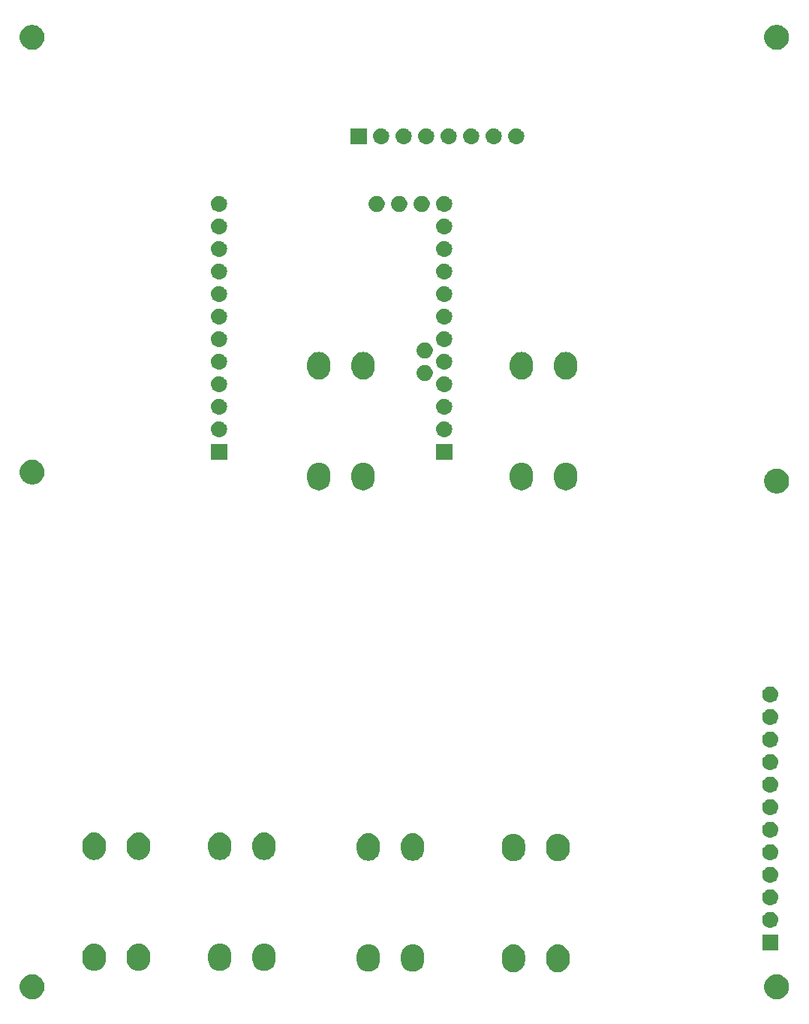
<source format=gbr>
%TF.GenerationSoftware,KiCad,Pcbnew,5.0.2-bee76a0~70~ubuntu18.04.1*%
%TF.CreationDate,2019-03-20T00:35:03+07:00*%
%TF.ProjectId,Display,44697370-6c61-4792-9e6b-696361645f70,rev?*%
%TF.SameCoordinates,PX1036640PY112a880*%
%TF.FileFunction,Soldermask,Bot*%
%TF.FilePolarity,Negative*%
%FSLAX46Y46*%
G04 Gerber Fmt 4.6, Leading zero omitted, Abs format (unit mm)*
G04 Created by KiCad (PCBNEW 5.0.2-bee76a0~70~ubuntu18.04.1) date Wed 20 Mar 2019 12:35:03 AM +07*
%MOMM*%
%LPD*%
G01*
G04 APERTURE LIST*
%ADD10C,0.100000*%
G04 APERTURE END LIST*
D10*
G36*
X87318433Y-108634893D02*
X87408657Y-108652839D01*
X87514267Y-108696585D01*
X87663621Y-108758449D01*
X87893089Y-108911774D01*
X88088226Y-109106911D01*
X88241551Y-109336379D01*
X88347161Y-109591344D01*
X88401000Y-109862012D01*
X88401000Y-110137988D01*
X88347161Y-110408656D01*
X88241551Y-110663621D01*
X88088226Y-110893089D01*
X87893089Y-111088226D01*
X87663621Y-111241551D01*
X87514267Y-111303415D01*
X87408657Y-111347161D01*
X87318433Y-111365107D01*
X87137988Y-111401000D01*
X86862012Y-111401000D01*
X86681567Y-111365107D01*
X86591343Y-111347161D01*
X86485733Y-111303415D01*
X86336379Y-111241551D01*
X86106911Y-111088226D01*
X85911774Y-110893089D01*
X85758449Y-110663621D01*
X85652839Y-110408656D01*
X85599000Y-110137988D01*
X85599000Y-109862012D01*
X85652839Y-109591344D01*
X85758449Y-109336379D01*
X85911774Y-109106911D01*
X86106911Y-108911774D01*
X86336379Y-108758449D01*
X86485733Y-108696585D01*
X86591343Y-108652839D01*
X86681567Y-108634893D01*
X86862012Y-108599000D01*
X87137988Y-108599000D01*
X87318433Y-108634893D01*
X87318433Y-108634893D01*
G37*
G36*
X3318433Y-108634893D02*
X3408657Y-108652839D01*
X3514267Y-108696585D01*
X3663621Y-108758449D01*
X3893089Y-108911774D01*
X4088226Y-109106911D01*
X4241551Y-109336379D01*
X4347161Y-109591344D01*
X4401000Y-109862012D01*
X4401000Y-110137988D01*
X4347161Y-110408656D01*
X4241551Y-110663621D01*
X4088226Y-110893089D01*
X3893089Y-111088226D01*
X3663621Y-111241551D01*
X3514267Y-111303415D01*
X3408657Y-111347161D01*
X3318433Y-111365107D01*
X3137988Y-111401000D01*
X2862012Y-111401000D01*
X2681567Y-111365107D01*
X2591343Y-111347161D01*
X2485733Y-111303415D01*
X2336379Y-111241551D01*
X2106911Y-111088226D01*
X1911774Y-110893089D01*
X1758449Y-110663621D01*
X1652839Y-110408656D01*
X1599000Y-110137988D01*
X1599000Y-109862012D01*
X1652839Y-109591344D01*
X1758449Y-109336379D01*
X1911774Y-109106911D01*
X2106911Y-108911774D01*
X2336379Y-108758449D01*
X2485733Y-108696585D01*
X2591343Y-108652839D01*
X2681567Y-108634893D01*
X2862012Y-108599000D01*
X3137988Y-108599000D01*
X3318433Y-108634893D01*
X3318433Y-108634893D01*
G37*
G36*
X57569040Y-105261825D02*
X57814280Y-105336218D01*
X57814282Y-105336219D01*
X58040296Y-105457026D01*
X58238397Y-105619603D01*
X58400976Y-105817706D01*
X58521780Y-106043716D01*
X58521781Y-106043719D01*
X58521782Y-106043721D01*
X58596175Y-106288961D01*
X58615000Y-106480096D01*
X58615000Y-107107905D01*
X58596175Y-107299040D01*
X58521782Y-107544280D01*
X58400976Y-107770293D01*
X58400974Y-107770295D01*
X58238396Y-107968397D01*
X58040295Y-108130974D01*
X57814281Y-108251781D01*
X57814279Y-108251782D01*
X57569039Y-108326175D01*
X57314000Y-108351294D01*
X57058960Y-108326175D01*
X56813720Y-108251782D01*
X56587706Y-108130975D01*
X56535309Y-108087974D01*
X56389603Y-107968396D01*
X56227026Y-107770295D01*
X56106219Y-107544281D01*
X56093175Y-107501281D01*
X56031825Y-107299039D01*
X56013000Y-107107904D01*
X56013000Y-106480095D01*
X56031825Y-106288960D01*
X56106218Y-106043720D01*
X56227025Y-105817706D01*
X56241602Y-105799944D01*
X56389604Y-105619603D01*
X56587705Y-105457026D01*
X56813719Y-105336219D01*
X56813721Y-105336218D01*
X57058961Y-105261825D01*
X57314000Y-105236706D01*
X57569040Y-105261825D01*
X57569040Y-105261825D01*
G37*
G36*
X62569040Y-105261825D02*
X62814280Y-105336218D01*
X62814282Y-105336219D01*
X63040296Y-105457026D01*
X63238397Y-105619603D01*
X63400976Y-105817706D01*
X63521780Y-106043716D01*
X63521781Y-106043719D01*
X63521782Y-106043721D01*
X63596175Y-106288961D01*
X63615000Y-106480096D01*
X63615000Y-107107905D01*
X63596175Y-107299040D01*
X63521782Y-107544280D01*
X63400976Y-107770293D01*
X63400974Y-107770295D01*
X63238396Y-107968397D01*
X63040295Y-108130974D01*
X62814281Y-108251781D01*
X62814279Y-108251782D01*
X62569039Y-108326175D01*
X62314000Y-108351294D01*
X62058960Y-108326175D01*
X61813720Y-108251782D01*
X61587706Y-108130975D01*
X61535309Y-108087974D01*
X61389603Y-107968396D01*
X61227026Y-107770295D01*
X61106219Y-107544281D01*
X61093175Y-107501281D01*
X61031825Y-107299039D01*
X61013000Y-107107904D01*
X61013000Y-106480095D01*
X61031825Y-106288960D01*
X61106218Y-106043720D01*
X61227025Y-105817706D01*
X61241602Y-105799944D01*
X61389604Y-105619603D01*
X61587705Y-105457026D01*
X61813719Y-105336219D01*
X61813721Y-105336218D01*
X62058961Y-105261825D01*
X62314000Y-105236706D01*
X62569040Y-105261825D01*
X62569040Y-105261825D01*
G37*
G36*
X46186040Y-105218825D02*
X46431280Y-105293218D01*
X46431282Y-105293219D01*
X46657296Y-105414026D01*
X46855397Y-105576603D01*
X47017976Y-105774706D01*
X47138780Y-106000716D01*
X47138781Y-106000719D01*
X47138782Y-106000721D01*
X47213175Y-106245961D01*
X47232000Y-106437096D01*
X47232000Y-107064905D01*
X47213175Y-107256040D01*
X47138782Y-107501280D01*
X47017976Y-107727293D01*
X47017974Y-107727295D01*
X46855396Y-107925397D01*
X46657295Y-108087974D01*
X46431281Y-108208781D01*
X46431279Y-108208782D01*
X46186039Y-108283175D01*
X45931000Y-108308294D01*
X45675960Y-108283175D01*
X45430720Y-108208782D01*
X45204706Y-108087975D01*
X45102351Y-108003974D01*
X45006603Y-107925396D01*
X44844026Y-107727295D01*
X44723219Y-107501281D01*
X44697738Y-107417282D01*
X44648825Y-107256039D01*
X44630000Y-107064904D01*
X44630000Y-106437095D01*
X44648825Y-106245960D01*
X44723218Y-106000720D01*
X44844025Y-105774706D01*
X44858602Y-105756944D01*
X45006604Y-105576603D01*
X45204705Y-105414026D01*
X45430719Y-105293219D01*
X45430721Y-105293218D01*
X45675961Y-105218825D01*
X45931000Y-105193706D01*
X46186040Y-105218825D01*
X46186040Y-105218825D01*
G37*
G36*
X41186040Y-105218825D02*
X41431280Y-105293218D01*
X41431282Y-105293219D01*
X41657296Y-105414026D01*
X41855397Y-105576603D01*
X42017976Y-105774706D01*
X42138780Y-106000716D01*
X42138781Y-106000719D01*
X42138782Y-106000721D01*
X42213175Y-106245961D01*
X42232000Y-106437096D01*
X42232000Y-107064905D01*
X42213175Y-107256040D01*
X42138782Y-107501280D01*
X42017976Y-107727293D01*
X42017974Y-107727295D01*
X41855396Y-107925397D01*
X41657295Y-108087974D01*
X41431281Y-108208781D01*
X41431279Y-108208782D01*
X41186039Y-108283175D01*
X40931000Y-108308294D01*
X40675960Y-108283175D01*
X40430720Y-108208782D01*
X40204706Y-108087975D01*
X40102351Y-108003974D01*
X40006603Y-107925396D01*
X39844026Y-107727295D01*
X39723219Y-107501281D01*
X39697738Y-107417282D01*
X39648825Y-107256039D01*
X39630000Y-107064904D01*
X39630000Y-106437095D01*
X39648825Y-106245960D01*
X39723218Y-106000720D01*
X39844025Y-105774706D01*
X39858602Y-105756944D01*
X40006604Y-105576603D01*
X40204705Y-105414026D01*
X40430719Y-105293219D01*
X40430721Y-105293218D01*
X40675961Y-105218825D01*
X40931000Y-105193706D01*
X41186040Y-105218825D01*
X41186040Y-105218825D01*
G37*
G36*
X10255040Y-105134825D02*
X10500280Y-105209218D01*
X10500282Y-105209219D01*
X10726296Y-105330026D01*
X10924397Y-105492603D01*
X11086976Y-105690706D01*
X11207780Y-105916716D01*
X11207781Y-105916719D01*
X11207782Y-105916721D01*
X11282175Y-106161961D01*
X11301000Y-106353096D01*
X11301000Y-106980905D01*
X11282175Y-107172040D01*
X11207782Y-107417280D01*
X11086976Y-107643293D01*
X11086974Y-107643295D01*
X10924396Y-107841397D01*
X10726295Y-108003974D01*
X10726293Y-108003975D01*
X10500279Y-108124782D01*
X10255039Y-108199175D01*
X10000000Y-108224294D01*
X9744960Y-108199175D01*
X9499720Y-108124782D01*
X9273706Y-108003975D01*
X9177959Y-107925397D01*
X9075603Y-107841396D01*
X8913026Y-107643295D01*
X8792219Y-107417281D01*
X8792218Y-107417279D01*
X8717825Y-107172039D01*
X8699000Y-106980904D01*
X8699000Y-106353095D01*
X8717825Y-106161960D01*
X8792218Y-105916720D01*
X8913025Y-105690706D01*
X8927602Y-105672944D01*
X9075604Y-105492603D01*
X9273705Y-105330026D01*
X9499719Y-105209219D01*
X9499721Y-105209218D01*
X9744961Y-105134825D01*
X10000000Y-105109706D01*
X10255040Y-105134825D01*
X10255040Y-105134825D01*
G37*
G36*
X15255040Y-105134825D02*
X15500280Y-105209218D01*
X15500282Y-105209219D01*
X15726296Y-105330026D01*
X15924397Y-105492603D01*
X16086976Y-105690706D01*
X16207780Y-105916716D01*
X16207781Y-105916719D01*
X16207782Y-105916721D01*
X16282175Y-106161961D01*
X16301000Y-106353096D01*
X16301000Y-106980905D01*
X16282175Y-107172040D01*
X16207782Y-107417280D01*
X16086976Y-107643293D01*
X16086974Y-107643295D01*
X15924396Y-107841397D01*
X15726295Y-108003974D01*
X15726293Y-108003975D01*
X15500279Y-108124782D01*
X15255039Y-108199175D01*
X15000000Y-108224294D01*
X14744960Y-108199175D01*
X14499720Y-108124782D01*
X14273706Y-108003975D01*
X14177959Y-107925397D01*
X14075603Y-107841396D01*
X13913026Y-107643295D01*
X13792219Y-107417281D01*
X13792218Y-107417279D01*
X13717825Y-107172039D01*
X13699000Y-106980904D01*
X13699000Y-106353095D01*
X13717825Y-106161960D01*
X13792218Y-105916720D01*
X13913025Y-105690706D01*
X13927602Y-105672944D01*
X14075604Y-105492603D01*
X14273705Y-105330026D01*
X14499719Y-105209219D01*
X14499721Y-105209218D01*
X14744961Y-105134825D01*
X15000000Y-105109706D01*
X15255040Y-105134825D01*
X15255040Y-105134825D01*
G37*
G36*
X29422040Y-105134825D02*
X29667280Y-105209218D01*
X29667282Y-105209219D01*
X29893296Y-105330026D01*
X30091397Y-105492603D01*
X30253976Y-105690706D01*
X30374780Y-105916716D01*
X30374781Y-105916719D01*
X30374782Y-105916721D01*
X30449175Y-106161961D01*
X30468000Y-106353096D01*
X30468000Y-106980905D01*
X30449175Y-107172040D01*
X30374782Y-107417280D01*
X30253976Y-107643293D01*
X30253974Y-107643295D01*
X30091396Y-107841397D01*
X29893295Y-108003974D01*
X29893293Y-108003975D01*
X29667279Y-108124782D01*
X29422039Y-108199175D01*
X29167000Y-108224294D01*
X28911960Y-108199175D01*
X28666720Y-108124782D01*
X28440706Y-108003975D01*
X28344959Y-107925397D01*
X28242603Y-107841396D01*
X28080026Y-107643295D01*
X27959219Y-107417281D01*
X27959218Y-107417279D01*
X27884825Y-107172039D01*
X27866000Y-106980904D01*
X27866000Y-106353095D01*
X27884825Y-106161960D01*
X27959218Y-105916720D01*
X28080025Y-105690706D01*
X28094602Y-105672944D01*
X28242604Y-105492603D01*
X28440705Y-105330026D01*
X28666719Y-105209219D01*
X28666721Y-105209218D01*
X28911961Y-105134825D01*
X29167000Y-105109706D01*
X29422040Y-105134825D01*
X29422040Y-105134825D01*
G37*
G36*
X24422040Y-105134825D02*
X24667280Y-105209218D01*
X24667282Y-105209219D01*
X24893296Y-105330026D01*
X25091397Y-105492603D01*
X25253976Y-105690706D01*
X25374780Y-105916716D01*
X25374781Y-105916719D01*
X25374782Y-105916721D01*
X25449175Y-106161961D01*
X25468000Y-106353096D01*
X25468000Y-106980905D01*
X25449175Y-107172040D01*
X25374782Y-107417280D01*
X25253976Y-107643293D01*
X25253974Y-107643295D01*
X25091396Y-107841397D01*
X24893295Y-108003974D01*
X24893293Y-108003975D01*
X24667279Y-108124782D01*
X24422039Y-108199175D01*
X24167000Y-108224294D01*
X23911960Y-108199175D01*
X23666720Y-108124782D01*
X23440706Y-108003975D01*
X23344959Y-107925397D01*
X23242603Y-107841396D01*
X23080026Y-107643295D01*
X22959219Y-107417281D01*
X22959218Y-107417279D01*
X22884825Y-107172039D01*
X22866000Y-106980904D01*
X22866000Y-106353095D01*
X22884825Y-106161960D01*
X22959218Y-105916720D01*
X23080025Y-105690706D01*
X23094602Y-105672944D01*
X23242604Y-105492603D01*
X23440705Y-105330026D01*
X23666719Y-105209219D01*
X23666721Y-105209218D01*
X23911961Y-105134825D01*
X24167000Y-105109706D01*
X24422040Y-105134825D01*
X24422040Y-105134825D01*
G37*
G36*
X87171000Y-105900000D02*
X85369000Y-105900000D01*
X85369000Y-104098000D01*
X87171000Y-104098000D01*
X87171000Y-105900000D01*
X87171000Y-105900000D01*
G37*
G36*
X86380442Y-101564518D02*
X86446627Y-101571037D01*
X86559853Y-101605384D01*
X86616467Y-101622557D01*
X86755087Y-101696652D01*
X86772991Y-101706222D01*
X86808729Y-101735552D01*
X86910186Y-101818814D01*
X86993448Y-101920271D01*
X87022778Y-101956009D01*
X87022779Y-101956011D01*
X87106443Y-102112533D01*
X87106443Y-102112534D01*
X87157963Y-102282373D01*
X87175359Y-102459000D01*
X87157963Y-102635627D01*
X87123616Y-102748853D01*
X87106443Y-102805467D01*
X87032348Y-102944087D01*
X87022778Y-102961991D01*
X86993448Y-102997729D01*
X86910186Y-103099186D01*
X86808729Y-103182448D01*
X86772991Y-103211778D01*
X86772989Y-103211779D01*
X86616467Y-103295443D01*
X86559853Y-103312616D01*
X86446627Y-103346963D01*
X86380443Y-103353481D01*
X86314260Y-103360000D01*
X86225740Y-103360000D01*
X86159557Y-103353481D01*
X86093373Y-103346963D01*
X85980147Y-103312616D01*
X85923533Y-103295443D01*
X85767011Y-103211779D01*
X85767009Y-103211778D01*
X85731271Y-103182448D01*
X85629814Y-103099186D01*
X85546552Y-102997729D01*
X85517222Y-102961991D01*
X85507652Y-102944087D01*
X85433557Y-102805467D01*
X85416384Y-102748853D01*
X85382037Y-102635627D01*
X85364641Y-102459000D01*
X85382037Y-102282373D01*
X85433557Y-102112534D01*
X85433557Y-102112533D01*
X85517221Y-101956011D01*
X85517222Y-101956009D01*
X85546552Y-101920271D01*
X85629814Y-101818814D01*
X85731271Y-101735552D01*
X85767009Y-101706222D01*
X85784913Y-101696652D01*
X85923533Y-101622557D01*
X85980147Y-101605384D01*
X86093373Y-101571037D01*
X86159558Y-101564518D01*
X86225740Y-101558000D01*
X86314260Y-101558000D01*
X86380442Y-101564518D01*
X86380442Y-101564518D01*
G37*
G36*
X86380442Y-99024518D02*
X86446627Y-99031037D01*
X86559853Y-99065384D01*
X86616467Y-99082557D01*
X86755087Y-99156652D01*
X86772991Y-99166222D01*
X86808729Y-99195552D01*
X86910186Y-99278814D01*
X86993448Y-99380271D01*
X87022778Y-99416009D01*
X87022779Y-99416011D01*
X87106443Y-99572533D01*
X87106443Y-99572534D01*
X87157963Y-99742373D01*
X87175359Y-99919000D01*
X87157963Y-100095627D01*
X87123616Y-100208853D01*
X87106443Y-100265467D01*
X87032348Y-100404087D01*
X87022778Y-100421991D01*
X86993448Y-100457729D01*
X86910186Y-100559186D01*
X86808729Y-100642448D01*
X86772991Y-100671778D01*
X86772989Y-100671779D01*
X86616467Y-100755443D01*
X86559853Y-100772616D01*
X86446627Y-100806963D01*
X86380443Y-100813481D01*
X86314260Y-100820000D01*
X86225740Y-100820000D01*
X86159557Y-100813481D01*
X86093373Y-100806963D01*
X85980147Y-100772616D01*
X85923533Y-100755443D01*
X85767011Y-100671779D01*
X85767009Y-100671778D01*
X85731271Y-100642448D01*
X85629814Y-100559186D01*
X85546552Y-100457729D01*
X85517222Y-100421991D01*
X85507652Y-100404087D01*
X85433557Y-100265467D01*
X85416384Y-100208853D01*
X85382037Y-100095627D01*
X85364641Y-99919000D01*
X85382037Y-99742373D01*
X85433557Y-99572534D01*
X85433557Y-99572533D01*
X85517221Y-99416011D01*
X85517222Y-99416009D01*
X85546552Y-99380271D01*
X85629814Y-99278814D01*
X85731271Y-99195552D01*
X85767009Y-99166222D01*
X85784913Y-99156652D01*
X85923533Y-99082557D01*
X85980147Y-99065384D01*
X86093373Y-99031037D01*
X86159558Y-99024518D01*
X86225740Y-99018000D01*
X86314260Y-99018000D01*
X86380442Y-99024518D01*
X86380442Y-99024518D01*
G37*
G36*
X86380442Y-96484518D02*
X86446627Y-96491037D01*
X86559853Y-96525384D01*
X86616467Y-96542557D01*
X86755087Y-96616652D01*
X86772991Y-96626222D01*
X86808729Y-96655552D01*
X86910186Y-96738814D01*
X86993448Y-96840271D01*
X87022778Y-96876009D01*
X87022779Y-96876011D01*
X87106443Y-97032533D01*
X87106443Y-97032534D01*
X87157963Y-97202373D01*
X87175359Y-97379000D01*
X87157963Y-97555627D01*
X87123616Y-97668853D01*
X87106443Y-97725467D01*
X87032348Y-97864087D01*
X87022778Y-97881991D01*
X86993448Y-97917729D01*
X86910186Y-98019186D01*
X86808729Y-98102448D01*
X86772991Y-98131778D01*
X86772989Y-98131779D01*
X86616467Y-98215443D01*
X86559853Y-98232616D01*
X86446627Y-98266963D01*
X86380442Y-98273482D01*
X86314260Y-98280000D01*
X86225740Y-98280000D01*
X86159558Y-98273482D01*
X86093373Y-98266963D01*
X85980147Y-98232616D01*
X85923533Y-98215443D01*
X85767011Y-98131779D01*
X85767009Y-98131778D01*
X85731271Y-98102448D01*
X85629814Y-98019186D01*
X85546552Y-97917729D01*
X85517222Y-97881991D01*
X85507652Y-97864087D01*
X85433557Y-97725467D01*
X85416384Y-97668853D01*
X85382037Y-97555627D01*
X85364641Y-97379000D01*
X85382037Y-97202373D01*
X85433557Y-97032534D01*
X85433557Y-97032533D01*
X85517221Y-96876011D01*
X85517222Y-96876009D01*
X85546552Y-96840271D01*
X85629814Y-96738814D01*
X85731271Y-96655552D01*
X85767009Y-96626222D01*
X85784913Y-96616652D01*
X85923533Y-96542557D01*
X85980147Y-96525384D01*
X86093373Y-96491037D01*
X86159558Y-96484518D01*
X86225740Y-96478000D01*
X86314260Y-96478000D01*
X86380442Y-96484518D01*
X86380442Y-96484518D01*
G37*
G36*
X57569040Y-92761825D02*
X57814280Y-92836218D01*
X57814282Y-92836219D01*
X58040296Y-92957026D01*
X58238397Y-93119603D01*
X58400976Y-93317706D01*
X58521780Y-93543716D01*
X58521781Y-93543719D01*
X58521782Y-93543721D01*
X58596175Y-93788961D01*
X58615000Y-93980096D01*
X58615000Y-94607905D01*
X58596175Y-94799040D01*
X58521782Y-95044280D01*
X58400976Y-95270293D01*
X58400974Y-95270295D01*
X58238396Y-95468397D01*
X58040295Y-95630974D01*
X57860712Y-95726963D01*
X57814279Y-95751782D01*
X57569039Y-95826175D01*
X57314000Y-95851294D01*
X57058960Y-95826175D01*
X56813720Y-95751782D01*
X56587706Y-95630975D01*
X56535309Y-95587974D01*
X56389603Y-95468396D01*
X56227026Y-95270295D01*
X56106219Y-95044281D01*
X56106218Y-95044279D01*
X56031825Y-94799039D01*
X56013000Y-94607904D01*
X56013000Y-93980095D01*
X56031825Y-93788960D01*
X56106218Y-93543720D01*
X56227025Y-93317706D01*
X56241602Y-93299944D01*
X56389604Y-93119603D01*
X56587705Y-92957026D01*
X56813719Y-92836219D01*
X56813721Y-92836218D01*
X57058961Y-92761825D01*
X57314000Y-92736706D01*
X57569040Y-92761825D01*
X57569040Y-92761825D01*
G37*
G36*
X62569040Y-92761825D02*
X62814280Y-92836218D01*
X62814282Y-92836219D01*
X63040296Y-92957026D01*
X63238397Y-93119603D01*
X63400976Y-93317706D01*
X63521780Y-93543716D01*
X63521781Y-93543719D01*
X63521782Y-93543721D01*
X63596175Y-93788961D01*
X63615000Y-93980096D01*
X63615000Y-94607905D01*
X63596175Y-94799040D01*
X63521782Y-95044280D01*
X63400976Y-95270293D01*
X63400974Y-95270295D01*
X63238396Y-95468397D01*
X63040295Y-95630974D01*
X62860712Y-95726963D01*
X62814279Y-95751782D01*
X62569039Y-95826175D01*
X62314000Y-95851294D01*
X62058960Y-95826175D01*
X61813720Y-95751782D01*
X61587706Y-95630975D01*
X61535309Y-95587974D01*
X61389603Y-95468396D01*
X61227026Y-95270295D01*
X61106219Y-95044281D01*
X61106218Y-95044279D01*
X61031825Y-94799039D01*
X61013000Y-94607904D01*
X61013000Y-93980095D01*
X61031825Y-93788960D01*
X61106218Y-93543720D01*
X61227025Y-93317706D01*
X61241602Y-93299944D01*
X61389604Y-93119603D01*
X61587705Y-92957026D01*
X61813719Y-92836219D01*
X61813721Y-92836218D01*
X62058961Y-92761825D01*
X62314000Y-92736706D01*
X62569040Y-92761825D01*
X62569040Y-92761825D01*
G37*
G36*
X41186040Y-92718825D02*
X41431280Y-92793218D01*
X41431282Y-92793219D01*
X41657296Y-92914026D01*
X41855397Y-93076603D01*
X42017976Y-93274706D01*
X42138780Y-93500716D01*
X42138781Y-93500719D01*
X42138782Y-93500721D01*
X42213175Y-93745961D01*
X42232000Y-93937096D01*
X42232000Y-94564905D01*
X42213175Y-94756040D01*
X42138782Y-95001280D01*
X42017976Y-95227293D01*
X42017974Y-95227295D01*
X41855396Y-95425397D01*
X41657295Y-95587974D01*
X41431281Y-95708781D01*
X41431279Y-95708782D01*
X41186039Y-95783175D01*
X40931000Y-95808294D01*
X40675960Y-95783175D01*
X40430720Y-95708782D01*
X40204706Y-95587975D01*
X40102351Y-95503974D01*
X40006603Y-95425396D01*
X39844026Y-95227295D01*
X39723219Y-95001281D01*
X39697738Y-94917282D01*
X39648825Y-94756039D01*
X39630000Y-94564904D01*
X39630000Y-93937095D01*
X39648825Y-93745960D01*
X39723218Y-93500720D01*
X39844025Y-93274706D01*
X39905335Y-93200000D01*
X40006604Y-93076603D01*
X40204705Y-92914026D01*
X40430719Y-92793219D01*
X40430721Y-92793218D01*
X40675961Y-92718825D01*
X40931000Y-92693706D01*
X41186040Y-92718825D01*
X41186040Y-92718825D01*
G37*
G36*
X46186040Y-92718825D02*
X46431280Y-92793218D01*
X46431282Y-92793219D01*
X46657296Y-92914026D01*
X46855397Y-93076603D01*
X47017976Y-93274706D01*
X47138780Y-93500716D01*
X47138781Y-93500719D01*
X47138782Y-93500721D01*
X47213175Y-93745961D01*
X47232000Y-93937096D01*
X47232000Y-94564905D01*
X47213175Y-94756040D01*
X47138782Y-95001280D01*
X47017976Y-95227293D01*
X47017974Y-95227295D01*
X46855396Y-95425397D01*
X46657295Y-95587974D01*
X46431281Y-95708781D01*
X46431279Y-95708782D01*
X46186039Y-95783175D01*
X45931000Y-95808294D01*
X45675960Y-95783175D01*
X45430720Y-95708782D01*
X45204706Y-95587975D01*
X45102351Y-95503974D01*
X45006603Y-95425396D01*
X44844026Y-95227295D01*
X44723219Y-95001281D01*
X44697738Y-94917282D01*
X44648825Y-94756039D01*
X44630000Y-94564904D01*
X44630000Y-93937095D01*
X44648825Y-93745960D01*
X44723218Y-93500720D01*
X44844025Y-93274706D01*
X44905335Y-93200000D01*
X45006604Y-93076603D01*
X45204705Y-92914026D01*
X45430719Y-92793219D01*
X45430721Y-92793218D01*
X45675961Y-92718825D01*
X45931000Y-92693706D01*
X46186040Y-92718825D01*
X46186040Y-92718825D01*
G37*
G36*
X86380443Y-93944519D02*
X86446627Y-93951037D01*
X86542422Y-93980096D01*
X86616467Y-94002557D01*
X86755087Y-94076652D01*
X86772991Y-94086222D01*
X86808729Y-94115552D01*
X86910186Y-94198814D01*
X86993448Y-94300271D01*
X87022778Y-94336009D01*
X87022779Y-94336011D01*
X87106443Y-94492533D01*
X87106443Y-94492534D01*
X87157963Y-94662373D01*
X87175359Y-94839000D01*
X87157963Y-95015627D01*
X87123616Y-95128853D01*
X87106443Y-95185467D01*
X87084085Y-95227295D01*
X87022778Y-95341991D01*
X86993448Y-95377729D01*
X86910186Y-95479186D01*
X86808729Y-95562448D01*
X86772991Y-95591778D01*
X86772989Y-95591779D01*
X86616467Y-95675443D01*
X86559853Y-95692616D01*
X86446627Y-95726963D01*
X86380442Y-95733482D01*
X86314260Y-95740000D01*
X86225740Y-95740000D01*
X86159558Y-95733482D01*
X86093373Y-95726963D01*
X85980147Y-95692616D01*
X85923533Y-95675443D01*
X85767011Y-95591779D01*
X85767009Y-95591778D01*
X85731271Y-95562448D01*
X85629814Y-95479186D01*
X85546552Y-95377729D01*
X85517222Y-95341991D01*
X85455915Y-95227295D01*
X85433557Y-95185467D01*
X85416384Y-95128853D01*
X85382037Y-95015627D01*
X85364641Y-94839000D01*
X85382037Y-94662373D01*
X85433557Y-94492534D01*
X85433557Y-94492533D01*
X85517221Y-94336011D01*
X85517222Y-94336009D01*
X85546552Y-94300271D01*
X85629814Y-94198814D01*
X85731271Y-94115552D01*
X85767009Y-94086222D01*
X85784913Y-94076652D01*
X85923533Y-94002557D01*
X85997578Y-93980096D01*
X86093373Y-93951037D01*
X86159557Y-93944519D01*
X86225740Y-93938000D01*
X86314260Y-93938000D01*
X86380443Y-93944519D01*
X86380443Y-93944519D01*
G37*
G36*
X29422040Y-92634825D02*
X29667280Y-92709218D01*
X29667282Y-92709219D01*
X29893296Y-92830026D01*
X30091397Y-92992603D01*
X30253976Y-93190706D01*
X30374780Y-93416716D01*
X30374781Y-93416719D01*
X30374782Y-93416721D01*
X30449175Y-93661961D01*
X30468000Y-93853096D01*
X30468000Y-94480905D01*
X30449175Y-94672040D01*
X30374782Y-94917280D01*
X30253976Y-95143293D01*
X30253974Y-95143295D01*
X30091396Y-95341397D01*
X29893295Y-95503974D01*
X29893293Y-95503975D01*
X29667279Y-95624782D01*
X29422039Y-95699175D01*
X29167000Y-95724294D01*
X28911960Y-95699175D01*
X28666720Y-95624782D01*
X28440706Y-95503975D01*
X28344959Y-95425397D01*
X28242603Y-95341396D01*
X28080026Y-95143295D01*
X27959219Y-94917281D01*
X27959218Y-94917279D01*
X27884825Y-94672039D01*
X27866000Y-94480904D01*
X27866000Y-93853095D01*
X27884825Y-93661960D01*
X27959218Y-93416720D01*
X28080025Y-93190706D01*
X28094602Y-93172944D01*
X28242604Y-92992603D01*
X28440705Y-92830026D01*
X28666719Y-92709219D01*
X28666721Y-92709218D01*
X28911961Y-92634825D01*
X29167000Y-92609706D01*
X29422040Y-92634825D01*
X29422040Y-92634825D01*
G37*
G36*
X10255040Y-92634825D02*
X10500280Y-92709218D01*
X10500282Y-92709219D01*
X10726296Y-92830026D01*
X10924397Y-92992603D01*
X11086976Y-93190706D01*
X11207780Y-93416716D01*
X11207781Y-93416719D01*
X11207782Y-93416721D01*
X11282175Y-93661961D01*
X11301000Y-93853096D01*
X11301000Y-94480905D01*
X11282175Y-94672040D01*
X11207782Y-94917280D01*
X11086976Y-95143293D01*
X11086974Y-95143295D01*
X10924396Y-95341397D01*
X10726295Y-95503974D01*
X10726293Y-95503975D01*
X10500279Y-95624782D01*
X10255039Y-95699175D01*
X10000000Y-95724294D01*
X9744960Y-95699175D01*
X9499720Y-95624782D01*
X9273706Y-95503975D01*
X9177959Y-95425397D01*
X9075603Y-95341396D01*
X8913026Y-95143295D01*
X8792219Y-94917281D01*
X8792218Y-94917279D01*
X8717825Y-94672039D01*
X8699000Y-94480904D01*
X8699000Y-93853095D01*
X8717825Y-93661960D01*
X8792218Y-93416720D01*
X8913025Y-93190706D01*
X8927602Y-93172944D01*
X9075604Y-92992603D01*
X9273705Y-92830026D01*
X9499719Y-92709219D01*
X9499721Y-92709218D01*
X9744961Y-92634825D01*
X10000000Y-92609706D01*
X10255040Y-92634825D01*
X10255040Y-92634825D01*
G37*
G36*
X24422040Y-92634825D02*
X24667280Y-92709218D01*
X24667282Y-92709219D01*
X24893296Y-92830026D01*
X25091397Y-92992603D01*
X25253976Y-93190706D01*
X25374780Y-93416716D01*
X25374781Y-93416719D01*
X25374782Y-93416721D01*
X25449175Y-93661961D01*
X25468000Y-93853096D01*
X25468000Y-94480905D01*
X25449175Y-94672040D01*
X25374782Y-94917280D01*
X25253976Y-95143293D01*
X25253974Y-95143295D01*
X25091396Y-95341397D01*
X24893295Y-95503974D01*
X24893293Y-95503975D01*
X24667279Y-95624782D01*
X24422039Y-95699175D01*
X24167000Y-95724294D01*
X23911960Y-95699175D01*
X23666720Y-95624782D01*
X23440706Y-95503975D01*
X23344959Y-95425397D01*
X23242603Y-95341396D01*
X23080026Y-95143295D01*
X22959219Y-94917281D01*
X22959218Y-94917279D01*
X22884825Y-94672039D01*
X22866000Y-94480904D01*
X22866000Y-93853095D01*
X22884825Y-93661960D01*
X22959218Y-93416720D01*
X23080025Y-93190706D01*
X23094602Y-93172944D01*
X23242604Y-92992603D01*
X23440705Y-92830026D01*
X23666719Y-92709219D01*
X23666721Y-92709218D01*
X23911961Y-92634825D01*
X24167000Y-92609706D01*
X24422040Y-92634825D01*
X24422040Y-92634825D01*
G37*
G36*
X15255040Y-92634825D02*
X15500280Y-92709218D01*
X15500282Y-92709219D01*
X15726296Y-92830026D01*
X15924397Y-92992603D01*
X16086976Y-93190706D01*
X16207780Y-93416716D01*
X16207781Y-93416719D01*
X16207782Y-93416721D01*
X16282175Y-93661961D01*
X16301000Y-93853096D01*
X16301000Y-94480905D01*
X16282175Y-94672040D01*
X16207782Y-94917280D01*
X16086976Y-95143293D01*
X16086974Y-95143295D01*
X15924396Y-95341397D01*
X15726295Y-95503974D01*
X15726293Y-95503975D01*
X15500279Y-95624782D01*
X15255039Y-95699175D01*
X15000000Y-95724294D01*
X14744960Y-95699175D01*
X14499720Y-95624782D01*
X14273706Y-95503975D01*
X14177959Y-95425397D01*
X14075603Y-95341396D01*
X13913026Y-95143295D01*
X13792219Y-94917281D01*
X13792218Y-94917279D01*
X13717825Y-94672039D01*
X13699000Y-94480904D01*
X13699000Y-93853095D01*
X13717825Y-93661960D01*
X13792218Y-93416720D01*
X13913025Y-93190706D01*
X13927602Y-93172944D01*
X14075604Y-92992603D01*
X14273705Y-92830026D01*
X14499719Y-92709219D01*
X14499721Y-92709218D01*
X14744961Y-92634825D01*
X15000000Y-92609706D01*
X15255040Y-92634825D01*
X15255040Y-92634825D01*
G37*
G36*
X86380442Y-91404518D02*
X86446627Y-91411037D01*
X86559853Y-91445384D01*
X86616467Y-91462557D01*
X86755087Y-91536652D01*
X86772991Y-91546222D01*
X86808729Y-91575552D01*
X86910186Y-91658814D01*
X86993448Y-91760271D01*
X87022778Y-91796009D01*
X87022779Y-91796011D01*
X87106443Y-91952533D01*
X87106443Y-91952534D01*
X87157963Y-92122373D01*
X87175359Y-92299000D01*
X87157963Y-92475627D01*
X87123616Y-92588853D01*
X87106443Y-92645467D01*
X87057674Y-92736706D01*
X87022778Y-92801991D01*
X86999771Y-92830025D01*
X86910186Y-92939186D01*
X86808729Y-93022448D01*
X86772991Y-93051778D01*
X86772989Y-93051779D01*
X86616467Y-93135443D01*
X86559853Y-93152616D01*
X86446627Y-93186963D01*
X86380442Y-93193482D01*
X86314260Y-93200000D01*
X86225740Y-93200000D01*
X86159558Y-93193482D01*
X86093373Y-93186963D01*
X85980147Y-93152616D01*
X85923533Y-93135443D01*
X85767011Y-93051779D01*
X85767009Y-93051778D01*
X85731271Y-93022448D01*
X85629814Y-92939186D01*
X85540229Y-92830025D01*
X85517222Y-92801991D01*
X85482326Y-92736706D01*
X85433557Y-92645467D01*
X85416384Y-92588853D01*
X85382037Y-92475627D01*
X85364641Y-92299000D01*
X85382037Y-92122373D01*
X85433557Y-91952534D01*
X85433557Y-91952533D01*
X85517221Y-91796011D01*
X85517222Y-91796009D01*
X85546552Y-91760271D01*
X85629814Y-91658814D01*
X85731271Y-91575552D01*
X85767009Y-91546222D01*
X85784913Y-91536652D01*
X85923533Y-91462557D01*
X85980147Y-91445384D01*
X86093373Y-91411037D01*
X86159558Y-91404518D01*
X86225740Y-91398000D01*
X86314260Y-91398000D01*
X86380442Y-91404518D01*
X86380442Y-91404518D01*
G37*
G36*
X86380442Y-88864518D02*
X86446627Y-88871037D01*
X86559853Y-88905384D01*
X86616467Y-88922557D01*
X86755087Y-88996652D01*
X86772991Y-89006222D01*
X86808729Y-89035552D01*
X86910186Y-89118814D01*
X86993448Y-89220271D01*
X87022778Y-89256009D01*
X87022779Y-89256011D01*
X87106443Y-89412533D01*
X87106443Y-89412534D01*
X87157963Y-89582373D01*
X87175359Y-89759000D01*
X87157963Y-89935627D01*
X87123616Y-90048853D01*
X87106443Y-90105467D01*
X87032348Y-90244087D01*
X87022778Y-90261991D01*
X86993448Y-90297729D01*
X86910186Y-90399186D01*
X86808729Y-90482448D01*
X86772991Y-90511778D01*
X86772989Y-90511779D01*
X86616467Y-90595443D01*
X86559853Y-90612616D01*
X86446627Y-90646963D01*
X86380442Y-90653482D01*
X86314260Y-90660000D01*
X86225740Y-90660000D01*
X86159558Y-90653482D01*
X86093373Y-90646963D01*
X85980147Y-90612616D01*
X85923533Y-90595443D01*
X85767011Y-90511779D01*
X85767009Y-90511778D01*
X85731271Y-90482448D01*
X85629814Y-90399186D01*
X85546552Y-90297729D01*
X85517222Y-90261991D01*
X85507652Y-90244087D01*
X85433557Y-90105467D01*
X85416384Y-90048853D01*
X85382037Y-89935627D01*
X85364641Y-89759000D01*
X85382037Y-89582373D01*
X85433557Y-89412534D01*
X85433557Y-89412533D01*
X85517221Y-89256011D01*
X85517222Y-89256009D01*
X85546552Y-89220271D01*
X85629814Y-89118814D01*
X85731271Y-89035552D01*
X85767009Y-89006222D01*
X85784913Y-88996652D01*
X85923533Y-88922557D01*
X85980147Y-88905384D01*
X86093373Y-88871037D01*
X86159558Y-88864518D01*
X86225740Y-88858000D01*
X86314260Y-88858000D01*
X86380442Y-88864518D01*
X86380442Y-88864518D01*
G37*
G36*
X86380443Y-86324519D02*
X86446627Y-86331037D01*
X86559853Y-86365384D01*
X86616467Y-86382557D01*
X86755087Y-86456652D01*
X86772991Y-86466222D01*
X86808729Y-86495552D01*
X86910186Y-86578814D01*
X86993448Y-86680271D01*
X87022778Y-86716009D01*
X87022779Y-86716011D01*
X87106443Y-86872533D01*
X87106443Y-86872534D01*
X87157963Y-87042373D01*
X87175359Y-87219000D01*
X87157963Y-87395627D01*
X87123616Y-87508853D01*
X87106443Y-87565467D01*
X87032348Y-87704087D01*
X87022778Y-87721991D01*
X86993448Y-87757729D01*
X86910186Y-87859186D01*
X86808729Y-87942448D01*
X86772991Y-87971778D01*
X86772989Y-87971779D01*
X86616467Y-88055443D01*
X86559853Y-88072616D01*
X86446627Y-88106963D01*
X86380443Y-88113481D01*
X86314260Y-88120000D01*
X86225740Y-88120000D01*
X86159557Y-88113481D01*
X86093373Y-88106963D01*
X85980147Y-88072616D01*
X85923533Y-88055443D01*
X85767011Y-87971779D01*
X85767009Y-87971778D01*
X85731271Y-87942448D01*
X85629814Y-87859186D01*
X85546552Y-87757729D01*
X85517222Y-87721991D01*
X85507652Y-87704087D01*
X85433557Y-87565467D01*
X85416384Y-87508853D01*
X85382037Y-87395627D01*
X85364641Y-87219000D01*
X85382037Y-87042373D01*
X85433557Y-86872534D01*
X85433557Y-86872533D01*
X85517221Y-86716011D01*
X85517222Y-86716009D01*
X85546552Y-86680271D01*
X85629814Y-86578814D01*
X85731271Y-86495552D01*
X85767009Y-86466222D01*
X85784913Y-86456652D01*
X85923533Y-86382557D01*
X85980147Y-86365384D01*
X86093373Y-86331037D01*
X86159557Y-86324519D01*
X86225740Y-86318000D01*
X86314260Y-86318000D01*
X86380443Y-86324519D01*
X86380443Y-86324519D01*
G37*
G36*
X86380442Y-83784518D02*
X86446627Y-83791037D01*
X86559853Y-83825384D01*
X86616467Y-83842557D01*
X86755087Y-83916652D01*
X86772991Y-83926222D01*
X86808729Y-83955552D01*
X86910186Y-84038814D01*
X86993448Y-84140271D01*
X87022778Y-84176009D01*
X87022779Y-84176011D01*
X87106443Y-84332533D01*
X87106443Y-84332534D01*
X87157963Y-84502373D01*
X87175359Y-84679000D01*
X87157963Y-84855627D01*
X87123616Y-84968853D01*
X87106443Y-85025467D01*
X87032348Y-85164087D01*
X87022778Y-85181991D01*
X86993448Y-85217729D01*
X86910186Y-85319186D01*
X86808729Y-85402448D01*
X86772991Y-85431778D01*
X86772989Y-85431779D01*
X86616467Y-85515443D01*
X86559853Y-85532616D01*
X86446627Y-85566963D01*
X86380443Y-85573481D01*
X86314260Y-85580000D01*
X86225740Y-85580000D01*
X86159558Y-85573482D01*
X86093373Y-85566963D01*
X85980147Y-85532616D01*
X85923533Y-85515443D01*
X85767011Y-85431779D01*
X85767009Y-85431778D01*
X85731271Y-85402448D01*
X85629814Y-85319186D01*
X85546552Y-85217729D01*
X85517222Y-85181991D01*
X85507652Y-85164087D01*
X85433557Y-85025467D01*
X85416384Y-84968853D01*
X85382037Y-84855627D01*
X85364641Y-84679000D01*
X85382037Y-84502373D01*
X85433557Y-84332534D01*
X85433557Y-84332533D01*
X85517221Y-84176011D01*
X85517222Y-84176009D01*
X85546552Y-84140271D01*
X85629814Y-84038814D01*
X85731271Y-83955552D01*
X85767009Y-83926222D01*
X85784913Y-83916652D01*
X85923533Y-83842557D01*
X85980147Y-83825384D01*
X86093373Y-83791037D01*
X86159558Y-83784518D01*
X86225740Y-83778000D01*
X86314260Y-83778000D01*
X86380442Y-83784518D01*
X86380442Y-83784518D01*
G37*
G36*
X86380442Y-81244518D02*
X86446627Y-81251037D01*
X86559853Y-81285384D01*
X86616467Y-81302557D01*
X86755087Y-81376652D01*
X86772991Y-81386222D01*
X86808729Y-81415552D01*
X86910186Y-81498814D01*
X86993448Y-81600271D01*
X87022778Y-81636009D01*
X87022779Y-81636011D01*
X87106443Y-81792533D01*
X87106443Y-81792534D01*
X87157963Y-81962373D01*
X87175359Y-82139000D01*
X87157963Y-82315627D01*
X87123616Y-82428853D01*
X87106443Y-82485467D01*
X87032348Y-82624087D01*
X87022778Y-82641991D01*
X86993448Y-82677729D01*
X86910186Y-82779186D01*
X86808729Y-82862448D01*
X86772991Y-82891778D01*
X86772989Y-82891779D01*
X86616467Y-82975443D01*
X86559853Y-82992616D01*
X86446627Y-83026963D01*
X86380443Y-83033481D01*
X86314260Y-83040000D01*
X86225740Y-83040000D01*
X86159557Y-83033481D01*
X86093373Y-83026963D01*
X85980147Y-82992616D01*
X85923533Y-82975443D01*
X85767011Y-82891779D01*
X85767009Y-82891778D01*
X85731271Y-82862448D01*
X85629814Y-82779186D01*
X85546552Y-82677729D01*
X85517222Y-82641991D01*
X85507652Y-82624087D01*
X85433557Y-82485467D01*
X85416384Y-82428853D01*
X85382037Y-82315627D01*
X85364641Y-82139000D01*
X85382037Y-81962373D01*
X85433557Y-81792534D01*
X85433557Y-81792533D01*
X85517221Y-81636011D01*
X85517222Y-81636009D01*
X85546552Y-81600271D01*
X85629814Y-81498814D01*
X85731271Y-81415552D01*
X85767009Y-81386222D01*
X85784913Y-81376652D01*
X85923533Y-81302557D01*
X85980147Y-81285384D01*
X86093373Y-81251037D01*
X86159558Y-81244518D01*
X86225740Y-81238000D01*
X86314260Y-81238000D01*
X86380442Y-81244518D01*
X86380442Y-81244518D01*
G37*
G36*
X86380442Y-78704518D02*
X86446627Y-78711037D01*
X86559853Y-78745384D01*
X86616467Y-78762557D01*
X86755087Y-78836652D01*
X86772991Y-78846222D01*
X86808729Y-78875552D01*
X86910186Y-78958814D01*
X86993448Y-79060271D01*
X87022778Y-79096009D01*
X87022779Y-79096011D01*
X87106443Y-79252533D01*
X87106443Y-79252534D01*
X87157963Y-79422373D01*
X87175359Y-79599000D01*
X87157963Y-79775627D01*
X87123616Y-79888853D01*
X87106443Y-79945467D01*
X87032348Y-80084087D01*
X87022778Y-80101991D01*
X86993448Y-80137729D01*
X86910186Y-80239186D01*
X86808729Y-80322448D01*
X86772991Y-80351778D01*
X86772989Y-80351779D01*
X86616467Y-80435443D01*
X86559853Y-80452616D01*
X86446627Y-80486963D01*
X86380443Y-80493481D01*
X86314260Y-80500000D01*
X86225740Y-80500000D01*
X86159557Y-80493481D01*
X86093373Y-80486963D01*
X85980147Y-80452616D01*
X85923533Y-80435443D01*
X85767011Y-80351779D01*
X85767009Y-80351778D01*
X85731271Y-80322448D01*
X85629814Y-80239186D01*
X85546552Y-80137729D01*
X85517222Y-80101991D01*
X85507652Y-80084087D01*
X85433557Y-79945467D01*
X85416384Y-79888853D01*
X85382037Y-79775627D01*
X85364641Y-79599000D01*
X85382037Y-79422373D01*
X85433557Y-79252534D01*
X85433557Y-79252533D01*
X85517221Y-79096011D01*
X85517222Y-79096009D01*
X85546552Y-79060271D01*
X85629814Y-78958814D01*
X85731271Y-78875552D01*
X85767009Y-78846222D01*
X85784913Y-78836652D01*
X85923533Y-78762557D01*
X85980147Y-78745384D01*
X86093373Y-78711037D01*
X86159557Y-78704519D01*
X86225740Y-78698000D01*
X86314260Y-78698000D01*
X86380442Y-78704518D01*
X86380442Y-78704518D01*
G37*
G36*
X86380443Y-76164519D02*
X86446627Y-76171037D01*
X86559853Y-76205384D01*
X86616467Y-76222557D01*
X86755087Y-76296652D01*
X86772991Y-76306222D01*
X86808729Y-76335552D01*
X86910186Y-76418814D01*
X86993448Y-76520271D01*
X87022778Y-76556009D01*
X87022779Y-76556011D01*
X87106443Y-76712533D01*
X87106443Y-76712534D01*
X87157963Y-76882373D01*
X87175359Y-77059000D01*
X87157963Y-77235627D01*
X87123616Y-77348853D01*
X87106443Y-77405467D01*
X87032348Y-77544087D01*
X87022778Y-77561991D01*
X86993448Y-77597729D01*
X86910186Y-77699186D01*
X86808729Y-77782448D01*
X86772991Y-77811778D01*
X86772989Y-77811779D01*
X86616467Y-77895443D01*
X86559853Y-77912616D01*
X86446627Y-77946963D01*
X86380442Y-77953482D01*
X86314260Y-77960000D01*
X86225740Y-77960000D01*
X86159558Y-77953482D01*
X86093373Y-77946963D01*
X85980147Y-77912616D01*
X85923533Y-77895443D01*
X85767011Y-77811779D01*
X85767009Y-77811778D01*
X85731271Y-77782448D01*
X85629814Y-77699186D01*
X85546552Y-77597729D01*
X85517222Y-77561991D01*
X85507652Y-77544087D01*
X85433557Y-77405467D01*
X85416384Y-77348853D01*
X85382037Y-77235627D01*
X85364641Y-77059000D01*
X85382037Y-76882373D01*
X85433557Y-76712534D01*
X85433557Y-76712533D01*
X85517221Y-76556011D01*
X85517222Y-76556009D01*
X85546552Y-76520271D01*
X85629814Y-76418814D01*
X85731271Y-76335552D01*
X85767009Y-76306222D01*
X85784913Y-76296652D01*
X85923533Y-76222557D01*
X85980147Y-76205384D01*
X86093373Y-76171037D01*
X86159557Y-76164519D01*
X86225740Y-76158000D01*
X86314260Y-76158000D01*
X86380443Y-76164519D01*
X86380443Y-76164519D01*
G37*
G36*
X87318433Y-51634893D02*
X87408657Y-51652839D01*
X87514267Y-51696585D01*
X87663621Y-51758449D01*
X87893089Y-51911774D01*
X88088226Y-52106911D01*
X88241551Y-52336379D01*
X88347161Y-52591344D01*
X88401000Y-52862012D01*
X88401000Y-53137988D01*
X88378663Y-53250282D01*
X88347161Y-53408657D01*
X88319144Y-53476295D01*
X88241551Y-53663621D01*
X88088226Y-53893089D01*
X87893089Y-54088226D01*
X87663621Y-54241551D01*
X87514267Y-54303415D01*
X87408657Y-54347161D01*
X87318433Y-54365107D01*
X87137988Y-54401000D01*
X86862012Y-54401000D01*
X86681567Y-54365107D01*
X86591343Y-54347161D01*
X86485733Y-54303415D01*
X86336379Y-54241551D01*
X86106911Y-54088226D01*
X85911774Y-53893089D01*
X85758449Y-53663621D01*
X85680856Y-53476295D01*
X85652839Y-53408657D01*
X85621337Y-53250282D01*
X85599000Y-53137988D01*
X85599000Y-52862012D01*
X85652839Y-52591344D01*
X85758449Y-52336379D01*
X85911774Y-52106911D01*
X86106911Y-51911774D01*
X86336379Y-51758449D01*
X86485733Y-51696585D01*
X86591343Y-51652839D01*
X86681567Y-51634893D01*
X86862012Y-51599000D01*
X87137988Y-51599000D01*
X87318433Y-51634893D01*
X87318433Y-51634893D01*
G37*
G36*
X58458040Y-50967825D02*
X58703280Y-51042218D01*
X58703282Y-51042219D01*
X58929296Y-51163026D01*
X59127397Y-51325603D01*
X59289976Y-51523706D01*
X59410780Y-51749716D01*
X59410781Y-51749719D01*
X59410782Y-51749721D01*
X59485175Y-51994961D01*
X59504000Y-52186096D01*
X59504000Y-52813905D01*
X59485175Y-53005040D01*
X59410782Y-53250280D01*
X59289976Y-53476293D01*
X59289974Y-53476295D01*
X59127396Y-53674397D01*
X58929295Y-53836974D01*
X58929293Y-53836975D01*
X58703279Y-53957782D01*
X58458039Y-54032175D01*
X58203000Y-54057294D01*
X57947960Y-54032175D01*
X57702720Y-53957782D01*
X57476706Y-53836975D01*
X57441182Y-53807821D01*
X57278603Y-53674396D01*
X57116026Y-53476295D01*
X56995219Y-53250281D01*
X56995218Y-53250279D01*
X56920825Y-53005039D01*
X56902000Y-52813904D01*
X56902000Y-52186095D01*
X56920825Y-51994960D01*
X56995218Y-51749720D01*
X57116025Y-51523706D01*
X57130602Y-51505944D01*
X57278604Y-51325603D01*
X57476705Y-51163026D01*
X57702719Y-51042219D01*
X57702721Y-51042218D01*
X57947961Y-50967825D01*
X58203000Y-50942706D01*
X58458040Y-50967825D01*
X58458040Y-50967825D01*
G37*
G36*
X63458040Y-50967825D02*
X63703280Y-51042218D01*
X63703282Y-51042219D01*
X63929296Y-51163026D01*
X64127397Y-51325603D01*
X64289976Y-51523706D01*
X64410780Y-51749716D01*
X64410781Y-51749719D01*
X64410782Y-51749721D01*
X64485175Y-51994961D01*
X64504000Y-52186096D01*
X64504000Y-52813905D01*
X64485175Y-53005040D01*
X64410782Y-53250280D01*
X64289976Y-53476293D01*
X64289974Y-53476295D01*
X64127396Y-53674397D01*
X63929295Y-53836974D01*
X63929293Y-53836975D01*
X63703279Y-53957782D01*
X63458039Y-54032175D01*
X63203000Y-54057294D01*
X62947960Y-54032175D01*
X62702720Y-53957782D01*
X62476706Y-53836975D01*
X62441182Y-53807821D01*
X62278603Y-53674396D01*
X62116026Y-53476295D01*
X61995219Y-53250281D01*
X61995218Y-53250279D01*
X61920825Y-53005039D01*
X61902000Y-52813904D01*
X61902000Y-52186095D01*
X61920825Y-51994960D01*
X61995218Y-51749720D01*
X62116025Y-51523706D01*
X62130602Y-51505944D01*
X62278604Y-51325603D01*
X62476705Y-51163026D01*
X62702719Y-51042219D01*
X62702721Y-51042218D01*
X62947961Y-50967825D01*
X63203000Y-50942706D01*
X63458040Y-50967825D01*
X63458040Y-50967825D01*
G37*
G36*
X35598040Y-50967825D02*
X35843280Y-51042218D01*
X35843282Y-51042219D01*
X36069296Y-51163026D01*
X36267397Y-51325603D01*
X36429976Y-51523706D01*
X36550780Y-51749716D01*
X36550781Y-51749719D01*
X36550782Y-51749721D01*
X36625175Y-51994961D01*
X36644000Y-52186096D01*
X36644000Y-52813905D01*
X36625175Y-53005040D01*
X36550782Y-53250280D01*
X36429976Y-53476293D01*
X36429974Y-53476295D01*
X36267396Y-53674397D01*
X36069295Y-53836974D01*
X36069293Y-53836975D01*
X35843279Y-53957782D01*
X35598039Y-54032175D01*
X35343000Y-54057294D01*
X35087960Y-54032175D01*
X34842720Y-53957782D01*
X34616706Y-53836975D01*
X34581182Y-53807821D01*
X34418603Y-53674396D01*
X34256026Y-53476295D01*
X34135219Y-53250281D01*
X34135218Y-53250279D01*
X34060825Y-53005039D01*
X34042000Y-52813904D01*
X34042000Y-52186095D01*
X34060825Y-51994960D01*
X34135218Y-51749720D01*
X34256025Y-51523706D01*
X34270602Y-51505944D01*
X34418604Y-51325603D01*
X34616705Y-51163026D01*
X34842719Y-51042219D01*
X34842721Y-51042218D01*
X35087961Y-50967825D01*
X35343000Y-50942706D01*
X35598040Y-50967825D01*
X35598040Y-50967825D01*
G37*
G36*
X40598040Y-50967825D02*
X40843280Y-51042218D01*
X40843282Y-51042219D01*
X41069296Y-51163026D01*
X41267397Y-51325603D01*
X41429976Y-51523706D01*
X41550780Y-51749716D01*
X41550781Y-51749719D01*
X41550782Y-51749721D01*
X41625175Y-51994961D01*
X41644000Y-52186096D01*
X41644000Y-52813905D01*
X41625175Y-53005040D01*
X41550782Y-53250280D01*
X41429976Y-53476293D01*
X41429974Y-53476295D01*
X41267396Y-53674397D01*
X41069295Y-53836974D01*
X41069293Y-53836975D01*
X40843279Y-53957782D01*
X40598039Y-54032175D01*
X40343000Y-54057294D01*
X40087960Y-54032175D01*
X39842720Y-53957782D01*
X39616706Y-53836975D01*
X39581182Y-53807821D01*
X39418603Y-53674396D01*
X39256026Y-53476295D01*
X39135219Y-53250281D01*
X39135218Y-53250279D01*
X39060825Y-53005039D01*
X39042000Y-52813904D01*
X39042000Y-52186095D01*
X39060825Y-51994960D01*
X39135218Y-51749720D01*
X39256025Y-51523706D01*
X39270602Y-51505944D01*
X39418604Y-51325603D01*
X39616705Y-51163026D01*
X39842719Y-51042219D01*
X39842721Y-51042218D01*
X40087961Y-50967825D01*
X40343000Y-50942706D01*
X40598040Y-50967825D01*
X40598040Y-50967825D01*
G37*
G36*
X3318433Y-50634893D02*
X3408657Y-50652839D01*
X3514267Y-50696585D01*
X3663621Y-50758449D01*
X3893089Y-50911774D01*
X4088226Y-51106911D01*
X4241551Y-51336379D01*
X4303415Y-51485733D01*
X4319145Y-51523706D01*
X4347161Y-51591344D01*
X4401000Y-51862012D01*
X4401000Y-52137988D01*
X4347161Y-52408656D01*
X4241551Y-52663621D01*
X4088226Y-52893089D01*
X3893089Y-53088226D01*
X3663621Y-53241551D01*
X3514267Y-53303415D01*
X3408657Y-53347161D01*
X3318433Y-53365107D01*
X3137988Y-53401000D01*
X2862012Y-53401000D01*
X2681567Y-53365107D01*
X2591343Y-53347161D01*
X2485733Y-53303415D01*
X2336379Y-53241551D01*
X2106911Y-53088226D01*
X1911774Y-52893089D01*
X1758449Y-52663621D01*
X1652839Y-52408656D01*
X1599000Y-52137988D01*
X1599000Y-51862012D01*
X1652839Y-51591344D01*
X1680856Y-51523706D01*
X1696585Y-51485733D01*
X1758449Y-51336379D01*
X1911774Y-51106911D01*
X2106911Y-50911774D01*
X2336379Y-50758449D01*
X2485733Y-50696585D01*
X2591343Y-50652839D01*
X2681567Y-50634893D01*
X2862012Y-50599000D01*
X3137988Y-50599000D01*
X3318433Y-50634893D01*
X3318433Y-50634893D01*
G37*
G36*
X50388000Y-50618000D02*
X48586000Y-50618000D01*
X48586000Y-48816000D01*
X50388000Y-48816000D01*
X50388000Y-50618000D01*
X50388000Y-50618000D01*
G37*
G36*
X24988000Y-50618000D02*
X23186000Y-50618000D01*
X23186000Y-48816000D01*
X24988000Y-48816000D01*
X24988000Y-50618000D01*
X24988000Y-50618000D01*
G37*
G36*
X24197443Y-46282519D02*
X24263627Y-46289037D01*
X24376853Y-46323384D01*
X24433467Y-46340557D01*
X24572087Y-46414652D01*
X24589991Y-46424222D01*
X24625729Y-46453552D01*
X24727186Y-46536814D01*
X24810448Y-46638271D01*
X24839778Y-46674009D01*
X24839779Y-46674011D01*
X24923443Y-46830533D01*
X24923443Y-46830534D01*
X24974963Y-47000373D01*
X24992359Y-47177000D01*
X24974963Y-47353627D01*
X24940616Y-47466853D01*
X24923443Y-47523467D01*
X24849348Y-47662087D01*
X24839778Y-47679991D01*
X24810448Y-47715729D01*
X24727186Y-47817186D01*
X24625729Y-47900448D01*
X24589991Y-47929778D01*
X24589989Y-47929779D01*
X24433467Y-48013443D01*
X24376853Y-48030616D01*
X24263627Y-48064963D01*
X24197443Y-48071481D01*
X24131260Y-48078000D01*
X24042740Y-48078000D01*
X23976557Y-48071481D01*
X23910373Y-48064963D01*
X23797147Y-48030616D01*
X23740533Y-48013443D01*
X23584011Y-47929779D01*
X23584009Y-47929778D01*
X23548271Y-47900448D01*
X23446814Y-47817186D01*
X23363552Y-47715729D01*
X23334222Y-47679991D01*
X23324652Y-47662087D01*
X23250557Y-47523467D01*
X23233384Y-47466853D01*
X23199037Y-47353627D01*
X23181641Y-47177000D01*
X23199037Y-47000373D01*
X23250557Y-46830534D01*
X23250557Y-46830533D01*
X23334221Y-46674011D01*
X23334222Y-46674009D01*
X23363552Y-46638271D01*
X23446814Y-46536814D01*
X23548271Y-46453552D01*
X23584009Y-46424222D01*
X23601913Y-46414652D01*
X23740533Y-46340557D01*
X23797147Y-46323384D01*
X23910373Y-46289037D01*
X23976557Y-46282519D01*
X24042740Y-46276000D01*
X24131260Y-46276000D01*
X24197443Y-46282519D01*
X24197443Y-46282519D01*
G37*
G36*
X49597443Y-46282519D02*
X49663627Y-46289037D01*
X49776853Y-46323384D01*
X49833467Y-46340557D01*
X49972087Y-46414652D01*
X49989991Y-46424222D01*
X50025729Y-46453552D01*
X50127186Y-46536814D01*
X50210448Y-46638271D01*
X50239778Y-46674009D01*
X50239779Y-46674011D01*
X50323443Y-46830533D01*
X50323443Y-46830534D01*
X50374963Y-47000373D01*
X50392359Y-47177000D01*
X50374963Y-47353627D01*
X50340616Y-47466853D01*
X50323443Y-47523467D01*
X50249348Y-47662087D01*
X50239778Y-47679991D01*
X50210448Y-47715729D01*
X50127186Y-47817186D01*
X50025729Y-47900448D01*
X49989991Y-47929778D01*
X49989989Y-47929779D01*
X49833467Y-48013443D01*
X49776853Y-48030616D01*
X49663627Y-48064963D01*
X49597443Y-48071481D01*
X49531260Y-48078000D01*
X49442740Y-48078000D01*
X49376557Y-48071481D01*
X49310373Y-48064963D01*
X49197147Y-48030616D01*
X49140533Y-48013443D01*
X48984011Y-47929779D01*
X48984009Y-47929778D01*
X48948271Y-47900448D01*
X48846814Y-47817186D01*
X48763552Y-47715729D01*
X48734222Y-47679991D01*
X48724652Y-47662087D01*
X48650557Y-47523467D01*
X48633384Y-47466853D01*
X48599037Y-47353627D01*
X48581641Y-47177000D01*
X48599037Y-47000373D01*
X48650557Y-46830534D01*
X48650557Y-46830533D01*
X48734221Y-46674011D01*
X48734222Y-46674009D01*
X48763552Y-46638271D01*
X48846814Y-46536814D01*
X48948271Y-46453552D01*
X48984009Y-46424222D01*
X49001913Y-46414652D01*
X49140533Y-46340557D01*
X49197147Y-46323384D01*
X49310373Y-46289037D01*
X49376557Y-46282519D01*
X49442740Y-46276000D01*
X49531260Y-46276000D01*
X49597443Y-46282519D01*
X49597443Y-46282519D01*
G37*
G36*
X49597443Y-43742519D02*
X49663627Y-43749037D01*
X49776853Y-43783384D01*
X49833467Y-43800557D01*
X49972087Y-43874652D01*
X49989991Y-43884222D01*
X50025729Y-43913552D01*
X50127186Y-43996814D01*
X50210448Y-44098271D01*
X50239778Y-44134009D01*
X50239779Y-44134011D01*
X50323443Y-44290533D01*
X50323443Y-44290534D01*
X50374963Y-44460373D01*
X50392359Y-44637000D01*
X50374963Y-44813627D01*
X50340616Y-44926853D01*
X50323443Y-44983467D01*
X50249348Y-45122087D01*
X50239778Y-45139991D01*
X50210448Y-45175729D01*
X50127186Y-45277186D01*
X50025729Y-45360448D01*
X49989991Y-45389778D01*
X49989989Y-45389779D01*
X49833467Y-45473443D01*
X49776853Y-45490616D01*
X49663627Y-45524963D01*
X49597442Y-45531482D01*
X49531260Y-45538000D01*
X49442740Y-45538000D01*
X49376558Y-45531482D01*
X49310373Y-45524963D01*
X49197147Y-45490616D01*
X49140533Y-45473443D01*
X48984011Y-45389779D01*
X48984009Y-45389778D01*
X48948271Y-45360448D01*
X48846814Y-45277186D01*
X48763552Y-45175729D01*
X48734222Y-45139991D01*
X48724652Y-45122087D01*
X48650557Y-44983467D01*
X48633384Y-44926853D01*
X48599037Y-44813627D01*
X48581641Y-44637000D01*
X48599037Y-44460373D01*
X48650557Y-44290534D01*
X48650557Y-44290533D01*
X48734221Y-44134011D01*
X48734222Y-44134009D01*
X48763552Y-44098271D01*
X48846814Y-43996814D01*
X48948271Y-43913552D01*
X48984009Y-43884222D01*
X49001913Y-43874652D01*
X49140533Y-43800557D01*
X49197147Y-43783384D01*
X49310373Y-43749037D01*
X49376557Y-43742519D01*
X49442740Y-43736000D01*
X49531260Y-43736000D01*
X49597443Y-43742519D01*
X49597443Y-43742519D01*
G37*
G36*
X24197443Y-43742519D02*
X24263627Y-43749037D01*
X24376853Y-43783384D01*
X24433467Y-43800557D01*
X24572087Y-43874652D01*
X24589991Y-43884222D01*
X24625729Y-43913552D01*
X24727186Y-43996814D01*
X24810448Y-44098271D01*
X24839778Y-44134009D01*
X24839779Y-44134011D01*
X24923443Y-44290533D01*
X24923443Y-44290534D01*
X24974963Y-44460373D01*
X24992359Y-44637000D01*
X24974963Y-44813627D01*
X24940616Y-44926853D01*
X24923443Y-44983467D01*
X24849348Y-45122087D01*
X24839778Y-45139991D01*
X24810448Y-45175729D01*
X24727186Y-45277186D01*
X24625729Y-45360448D01*
X24589991Y-45389778D01*
X24589989Y-45389779D01*
X24433467Y-45473443D01*
X24376853Y-45490616D01*
X24263627Y-45524963D01*
X24197442Y-45531482D01*
X24131260Y-45538000D01*
X24042740Y-45538000D01*
X23976558Y-45531482D01*
X23910373Y-45524963D01*
X23797147Y-45490616D01*
X23740533Y-45473443D01*
X23584011Y-45389779D01*
X23584009Y-45389778D01*
X23548271Y-45360448D01*
X23446814Y-45277186D01*
X23363552Y-45175729D01*
X23334222Y-45139991D01*
X23324652Y-45122087D01*
X23250557Y-44983467D01*
X23233384Y-44926853D01*
X23199037Y-44813627D01*
X23181641Y-44637000D01*
X23199037Y-44460373D01*
X23250557Y-44290534D01*
X23250557Y-44290533D01*
X23334221Y-44134011D01*
X23334222Y-44134009D01*
X23363552Y-44098271D01*
X23446814Y-43996814D01*
X23548271Y-43913552D01*
X23584009Y-43884222D01*
X23601913Y-43874652D01*
X23740533Y-43800557D01*
X23797147Y-43783384D01*
X23910373Y-43749037D01*
X23976557Y-43742519D01*
X24042740Y-43736000D01*
X24131260Y-43736000D01*
X24197443Y-43742519D01*
X24197443Y-43742519D01*
G37*
G36*
X49597442Y-41202518D02*
X49663627Y-41209037D01*
X49776853Y-41243384D01*
X49833467Y-41260557D01*
X49972087Y-41334652D01*
X49989991Y-41344222D01*
X50025729Y-41373552D01*
X50127186Y-41456814D01*
X50189032Y-41532175D01*
X50239778Y-41594009D01*
X50239779Y-41594011D01*
X50323443Y-41750533D01*
X50323443Y-41750534D01*
X50374963Y-41920373D01*
X50392359Y-42097000D01*
X50374963Y-42273627D01*
X50340616Y-42386853D01*
X50323443Y-42443467D01*
X50249348Y-42582087D01*
X50239778Y-42599991D01*
X50210448Y-42635729D01*
X50127186Y-42737186D01*
X50025729Y-42820448D01*
X49989991Y-42849778D01*
X49989989Y-42849779D01*
X49833467Y-42933443D01*
X49776853Y-42950616D01*
X49663627Y-42984963D01*
X49597443Y-42991481D01*
X49531260Y-42998000D01*
X49442740Y-42998000D01*
X49376557Y-42991481D01*
X49310373Y-42984963D01*
X49197147Y-42950616D01*
X49140533Y-42933443D01*
X48984011Y-42849779D01*
X48984009Y-42849778D01*
X48948271Y-42820448D01*
X48846814Y-42737186D01*
X48763552Y-42635729D01*
X48734222Y-42599991D01*
X48724652Y-42582087D01*
X48650557Y-42443467D01*
X48633384Y-42386853D01*
X48599037Y-42273627D01*
X48581641Y-42097000D01*
X48599037Y-41920373D01*
X48650557Y-41750534D01*
X48650557Y-41750533D01*
X48734221Y-41594011D01*
X48734222Y-41594009D01*
X48784968Y-41532175D01*
X48846814Y-41456814D01*
X48948271Y-41373552D01*
X48984009Y-41344222D01*
X49001913Y-41334652D01*
X49140533Y-41260557D01*
X49197147Y-41243384D01*
X49310373Y-41209037D01*
X49376558Y-41202518D01*
X49442740Y-41196000D01*
X49531260Y-41196000D01*
X49597442Y-41202518D01*
X49597442Y-41202518D01*
G37*
G36*
X24197442Y-41202518D02*
X24263627Y-41209037D01*
X24376853Y-41243384D01*
X24433467Y-41260557D01*
X24572087Y-41334652D01*
X24589991Y-41344222D01*
X24625729Y-41373552D01*
X24727186Y-41456814D01*
X24789032Y-41532175D01*
X24839778Y-41594009D01*
X24839779Y-41594011D01*
X24923443Y-41750533D01*
X24923443Y-41750534D01*
X24974963Y-41920373D01*
X24992359Y-42097000D01*
X24974963Y-42273627D01*
X24940616Y-42386853D01*
X24923443Y-42443467D01*
X24849348Y-42582087D01*
X24839778Y-42599991D01*
X24810448Y-42635729D01*
X24727186Y-42737186D01*
X24625729Y-42820448D01*
X24589991Y-42849778D01*
X24589989Y-42849779D01*
X24433467Y-42933443D01*
X24376853Y-42950616D01*
X24263627Y-42984963D01*
X24197443Y-42991481D01*
X24131260Y-42998000D01*
X24042740Y-42998000D01*
X23976557Y-42991481D01*
X23910373Y-42984963D01*
X23797147Y-42950616D01*
X23740533Y-42933443D01*
X23584011Y-42849779D01*
X23584009Y-42849778D01*
X23548271Y-42820448D01*
X23446814Y-42737186D01*
X23363552Y-42635729D01*
X23334222Y-42599991D01*
X23324652Y-42582087D01*
X23250557Y-42443467D01*
X23233384Y-42386853D01*
X23199037Y-42273627D01*
X23181641Y-42097000D01*
X23199037Y-41920373D01*
X23250557Y-41750534D01*
X23250557Y-41750533D01*
X23334221Y-41594011D01*
X23334222Y-41594009D01*
X23384968Y-41532175D01*
X23446814Y-41456814D01*
X23548271Y-41373552D01*
X23584009Y-41344222D01*
X23601913Y-41334652D01*
X23740533Y-41260557D01*
X23797147Y-41243384D01*
X23910373Y-41209037D01*
X23976558Y-41202518D01*
X24042740Y-41196000D01*
X24131260Y-41196000D01*
X24197442Y-41202518D01*
X24197442Y-41202518D01*
G37*
G36*
X47550107Y-39960624D02*
X47714079Y-40028544D01*
X47861649Y-40127147D01*
X47987148Y-40252646D01*
X48085751Y-40400216D01*
X48153671Y-40564188D01*
X48188295Y-40738259D01*
X48188295Y-40915741D01*
X48153671Y-41089812D01*
X48085751Y-41253784D01*
X47987148Y-41401354D01*
X47861649Y-41526853D01*
X47714079Y-41625456D01*
X47550107Y-41693376D01*
X47376036Y-41728000D01*
X47198554Y-41728000D01*
X47024483Y-41693376D01*
X46860511Y-41625456D01*
X46712941Y-41526853D01*
X46587442Y-41401354D01*
X46488839Y-41253784D01*
X46420919Y-41089812D01*
X46386295Y-40915741D01*
X46386295Y-40738259D01*
X46420919Y-40564188D01*
X46488839Y-40400216D01*
X46587442Y-40252646D01*
X46712941Y-40127147D01*
X46860511Y-40028544D01*
X47024483Y-39960624D01*
X47198554Y-39926000D01*
X47376036Y-39926000D01*
X47550107Y-39960624D01*
X47550107Y-39960624D01*
G37*
G36*
X63458040Y-38467825D02*
X63703280Y-38542218D01*
X63703282Y-38542219D01*
X63929296Y-38663026D01*
X64127397Y-38825603D01*
X64289976Y-39023706D01*
X64410780Y-39249716D01*
X64410781Y-39249719D01*
X64410782Y-39249721D01*
X64485175Y-39494961D01*
X64504000Y-39686096D01*
X64504000Y-40313905D01*
X64485175Y-40505040D01*
X64410782Y-40750280D01*
X64289976Y-40976293D01*
X64289974Y-40976295D01*
X64127396Y-41174397D01*
X63929295Y-41336974D01*
X63929293Y-41336975D01*
X63703279Y-41457782D01*
X63458039Y-41532175D01*
X63203000Y-41557294D01*
X62947960Y-41532175D01*
X62702720Y-41457782D01*
X62476706Y-41336975D01*
X62375338Y-41253784D01*
X62278603Y-41174396D01*
X62116026Y-40976295D01*
X61995219Y-40750281D01*
X61991572Y-40738259D01*
X61920825Y-40505039D01*
X61902000Y-40313904D01*
X61902000Y-39686095D01*
X61920825Y-39494960D01*
X61995218Y-39249720D01*
X62116025Y-39023706D01*
X62146272Y-38986850D01*
X62278604Y-38825603D01*
X62476705Y-38663026D01*
X62702719Y-38542219D01*
X62702721Y-38542218D01*
X62947961Y-38467825D01*
X63203000Y-38442706D01*
X63458040Y-38467825D01*
X63458040Y-38467825D01*
G37*
G36*
X58458040Y-38467825D02*
X58703280Y-38542218D01*
X58703282Y-38542219D01*
X58929296Y-38663026D01*
X59127397Y-38825603D01*
X59289976Y-39023706D01*
X59410780Y-39249716D01*
X59410781Y-39249719D01*
X59410782Y-39249721D01*
X59485175Y-39494961D01*
X59504000Y-39686096D01*
X59504000Y-40313905D01*
X59485175Y-40505040D01*
X59410782Y-40750280D01*
X59289976Y-40976293D01*
X59289974Y-40976295D01*
X59127396Y-41174397D01*
X58929295Y-41336974D01*
X58929293Y-41336975D01*
X58703279Y-41457782D01*
X58458039Y-41532175D01*
X58203000Y-41557294D01*
X57947960Y-41532175D01*
X57702720Y-41457782D01*
X57476706Y-41336975D01*
X57375338Y-41253784D01*
X57278603Y-41174396D01*
X57116026Y-40976295D01*
X56995219Y-40750281D01*
X56991572Y-40738259D01*
X56920825Y-40505039D01*
X56902000Y-40313904D01*
X56902000Y-39686095D01*
X56920825Y-39494960D01*
X56995218Y-39249720D01*
X57116025Y-39023706D01*
X57146272Y-38986850D01*
X57278604Y-38825603D01*
X57476705Y-38663026D01*
X57702719Y-38542219D01*
X57702721Y-38542218D01*
X57947961Y-38467825D01*
X58203000Y-38442706D01*
X58458040Y-38467825D01*
X58458040Y-38467825D01*
G37*
G36*
X35598040Y-38467825D02*
X35843280Y-38542218D01*
X35843282Y-38542219D01*
X36069296Y-38663026D01*
X36267397Y-38825603D01*
X36429976Y-39023706D01*
X36550780Y-39249716D01*
X36550781Y-39249719D01*
X36550782Y-39249721D01*
X36625175Y-39494961D01*
X36644000Y-39686096D01*
X36644000Y-40313905D01*
X36625175Y-40505040D01*
X36550782Y-40750280D01*
X36429976Y-40976293D01*
X36429974Y-40976295D01*
X36267396Y-41174397D01*
X36069295Y-41336974D01*
X36069293Y-41336975D01*
X35843279Y-41457782D01*
X35598039Y-41532175D01*
X35343000Y-41557294D01*
X35087960Y-41532175D01*
X34842720Y-41457782D01*
X34616706Y-41336975D01*
X34515338Y-41253784D01*
X34418603Y-41174396D01*
X34256026Y-40976295D01*
X34135219Y-40750281D01*
X34131572Y-40738259D01*
X34060825Y-40505039D01*
X34042000Y-40313904D01*
X34042000Y-39686095D01*
X34060825Y-39494960D01*
X34135218Y-39249720D01*
X34256025Y-39023706D01*
X34286272Y-38986850D01*
X34418604Y-38825603D01*
X34616705Y-38663026D01*
X34842719Y-38542219D01*
X34842721Y-38542218D01*
X35087961Y-38467825D01*
X35343000Y-38442706D01*
X35598040Y-38467825D01*
X35598040Y-38467825D01*
G37*
G36*
X40598040Y-38467825D02*
X40843280Y-38542218D01*
X40843282Y-38542219D01*
X41069296Y-38663026D01*
X41267397Y-38825603D01*
X41429976Y-39023706D01*
X41550780Y-39249716D01*
X41550781Y-39249719D01*
X41550782Y-39249721D01*
X41625175Y-39494961D01*
X41644000Y-39686096D01*
X41644000Y-40313905D01*
X41625175Y-40505040D01*
X41550782Y-40750280D01*
X41429976Y-40976293D01*
X41429974Y-40976295D01*
X41267396Y-41174397D01*
X41069295Y-41336974D01*
X41069293Y-41336975D01*
X40843279Y-41457782D01*
X40598039Y-41532175D01*
X40343000Y-41557294D01*
X40087960Y-41532175D01*
X39842720Y-41457782D01*
X39616706Y-41336975D01*
X39515338Y-41253784D01*
X39418603Y-41174396D01*
X39256026Y-40976295D01*
X39135219Y-40750281D01*
X39131572Y-40738259D01*
X39060825Y-40505039D01*
X39042000Y-40313904D01*
X39042000Y-39686095D01*
X39060825Y-39494960D01*
X39135218Y-39249720D01*
X39256025Y-39023706D01*
X39286272Y-38986850D01*
X39418604Y-38825603D01*
X39616705Y-38663026D01*
X39842719Y-38542219D01*
X39842721Y-38542218D01*
X40087961Y-38467825D01*
X40343000Y-38442706D01*
X40598040Y-38467825D01*
X40598040Y-38467825D01*
G37*
G36*
X49597442Y-38662518D02*
X49663627Y-38669037D01*
X49776853Y-38703384D01*
X49833467Y-38720557D01*
X49972087Y-38794652D01*
X49989991Y-38804222D01*
X50016045Y-38825604D01*
X50127186Y-38916814D01*
X50210448Y-39018271D01*
X50239778Y-39054009D01*
X50239779Y-39054011D01*
X50323443Y-39210533D01*
X50323443Y-39210534D01*
X50374963Y-39380373D01*
X50392359Y-39557000D01*
X50374963Y-39733627D01*
X50340616Y-39846853D01*
X50323443Y-39903467D01*
X50292891Y-39960624D01*
X50239778Y-40059991D01*
X50210448Y-40095729D01*
X50127186Y-40197186D01*
X50025729Y-40280448D01*
X49989991Y-40309778D01*
X49989989Y-40309779D01*
X49833467Y-40393443D01*
X49811132Y-40400218D01*
X49663627Y-40444963D01*
X49597442Y-40451482D01*
X49531260Y-40458000D01*
X49442740Y-40458000D01*
X49376558Y-40451482D01*
X49310373Y-40444963D01*
X49162868Y-40400218D01*
X49140533Y-40393443D01*
X48984011Y-40309779D01*
X48984009Y-40309778D01*
X48948271Y-40280448D01*
X48846814Y-40197186D01*
X48763552Y-40095729D01*
X48734222Y-40059991D01*
X48681109Y-39960624D01*
X48650557Y-39903467D01*
X48633384Y-39846853D01*
X48599037Y-39733627D01*
X48581641Y-39557000D01*
X48599037Y-39380373D01*
X48650557Y-39210534D01*
X48650557Y-39210533D01*
X48734221Y-39054011D01*
X48734222Y-39054009D01*
X48763552Y-39018271D01*
X48846814Y-38916814D01*
X48957955Y-38825604D01*
X48984009Y-38804222D01*
X49001913Y-38794652D01*
X49140533Y-38720557D01*
X49197147Y-38703384D01*
X49310373Y-38669037D01*
X49376558Y-38662518D01*
X49442740Y-38656000D01*
X49531260Y-38656000D01*
X49597442Y-38662518D01*
X49597442Y-38662518D01*
G37*
G36*
X24197442Y-38662518D02*
X24263627Y-38669037D01*
X24376853Y-38703384D01*
X24433467Y-38720557D01*
X24572087Y-38794652D01*
X24589991Y-38804222D01*
X24616045Y-38825604D01*
X24727186Y-38916814D01*
X24810448Y-39018271D01*
X24839778Y-39054009D01*
X24839779Y-39054011D01*
X24923443Y-39210533D01*
X24923443Y-39210534D01*
X24974963Y-39380373D01*
X24992359Y-39557000D01*
X24974963Y-39733627D01*
X24940616Y-39846853D01*
X24923443Y-39903467D01*
X24892891Y-39960624D01*
X24839778Y-40059991D01*
X24810448Y-40095729D01*
X24727186Y-40197186D01*
X24625729Y-40280448D01*
X24589991Y-40309778D01*
X24589989Y-40309779D01*
X24433467Y-40393443D01*
X24411132Y-40400218D01*
X24263627Y-40444963D01*
X24197442Y-40451482D01*
X24131260Y-40458000D01*
X24042740Y-40458000D01*
X23976558Y-40451482D01*
X23910373Y-40444963D01*
X23762868Y-40400218D01*
X23740533Y-40393443D01*
X23584011Y-40309779D01*
X23584009Y-40309778D01*
X23548271Y-40280448D01*
X23446814Y-40197186D01*
X23363552Y-40095729D01*
X23334222Y-40059991D01*
X23281109Y-39960624D01*
X23250557Y-39903467D01*
X23233384Y-39846853D01*
X23199037Y-39733627D01*
X23181641Y-39557000D01*
X23199037Y-39380373D01*
X23250557Y-39210534D01*
X23250557Y-39210533D01*
X23334221Y-39054011D01*
X23334222Y-39054009D01*
X23363552Y-39018271D01*
X23446814Y-38916814D01*
X23557955Y-38825604D01*
X23584009Y-38804222D01*
X23601913Y-38794652D01*
X23740533Y-38720557D01*
X23797147Y-38703384D01*
X23910373Y-38669037D01*
X23976558Y-38662518D01*
X24042740Y-38656000D01*
X24131260Y-38656000D01*
X24197442Y-38662518D01*
X24197442Y-38662518D01*
G37*
G36*
X47550107Y-37420624D02*
X47714079Y-37488544D01*
X47861649Y-37587147D01*
X47987148Y-37712646D01*
X48085751Y-37860216D01*
X48153671Y-38024188D01*
X48188295Y-38198259D01*
X48188295Y-38375741D01*
X48153671Y-38549812D01*
X48085751Y-38713784D01*
X47987148Y-38861354D01*
X47861649Y-38986853D01*
X47714079Y-39085456D01*
X47550107Y-39153376D01*
X47376036Y-39188000D01*
X47198554Y-39188000D01*
X47024483Y-39153376D01*
X46860511Y-39085456D01*
X46712941Y-38986853D01*
X46587442Y-38861354D01*
X46488839Y-38713784D01*
X46420919Y-38549812D01*
X46386295Y-38375741D01*
X46386295Y-38198259D01*
X46420919Y-38024188D01*
X46488839Y-37860216D01*
X46587442Y-37712646D01*
X46712941Y-37587147D01*
X46860511Y-37488544D01*
X47024483Y-37420624D01*
X47198554Y-37386000D01*
X47376036Y-37386000D01*
X47550107Y-37420624D01*
X47550107Y-37420624D01*
G37*
G36*
X24197443Y-36122519D02*
X24263627Y-36129037D01*
X24376853Y-36163384D01*
X24433467Y-36180557D01*
X24572087Y-36254652D01*
X24589991Y-36264222D01*
X24625729Y-36293552D01*
X24727186Y-36376814D01*
X24810448Y-36478271D01*
X24839778Y-36514009D01*
X24839779Y-36514011D01*
X24923443Y-36670533D01*
X24923443Y-36670534D01*
X24974963Y-36840373D01*
X24992359Y-37017000D01*
X24974963Y-37193627D01*
X24940616Y-37306853D01*
X24923443Y-37363467D01*
X24892891Y-37420624D01*
X24839778Y-37519991D01*
X24810448Y-37555729D01*
X24727186Y-37657186D01*
X24625729Y-37740448D01*
X24589991Y-37769778D01*
X24589989Y-37769779D01*
X24433467Y-37853443D01*
X24411132Y-37860218D01*
X24263627Y-37904963D01*
X24197443Y-37911481D01*
X24131260Y-37918000D01*
X24042740Y-37918000D01*
X23976557Y-37911481D01*
X23910373Y-37904963D01*
X23762868Y-37860218D01*
X23740533Y-37853443D01*
X23584011Y-37769779D01*
X23584009Y-37769778D01*
X23548271Y-37740448D01*
X23446814Y-37657186D01*
X23363552Y-37555729D01*
X23334222Y-37519991D01*
X23281109Y-37420624D01*
X23250557Y-37363467D01*
X23233384Y-37306853D01*
X23199037Y-37193627D01*
X23181641Y-37017000D01*
X23199037Y-36840373D01*
X23250557Y-36670534D01*
X23250557Y-36670533D01*
X23334221Y-36514011D01*
X23334222Y-36514009D01*
X23363552Y-36478271D01*
X23446814Y-36376814D01*
X23548271Y-36293552D01*
X23584009Y-36264222D01*
X23601913Y-36254652D01*
X23740533Y-36180557D01*
X23797147Y-36163384D01*
X23910373Y-36129037D01*
X23976557Y-36122519D01*
X24042740Y-36116000D01*
X24131260Y-36116000D01*
X24197443Y-36122519D01*
X24197443Y-36122519D01*
G37*
G36*
X49597443Y-36122519D02*
X49663627Y-36129037D01*
X49776853Y-36163384D01*
X49833467Y-36180557D01*
X49972087Y-36254652D01*
X49989991Y-36264222D01*
X50025729Y-36293552D01*
X50127186Y-36376814D01*
X50210448Y-36478271D01*
X50239778Y-36514009D01*
X50239779Y-36514011D01*
X50323443Y-36670533D01*
X50323443Y-36670534D01*
X50374963Y-36840373D01*
X50392359Y-37017000D01*
X50374963Y-37193627D01*
X50340616Y-37306853D01*
X50323443Y-37363467D01*
X50292891Y-37420624D01*
X50239778Y-37519991D01*
X50210448Y-37555729D01*
X50127186Y-37657186D01*
X50025729Y-37740448D01*
X49989991Y-37769778D01*
X49989989Y-37769779D01*
X49833467Y-37853443D01*
X49811132Y-37860218D01*
X49663627Y-37904963D01*
X49597443Y-37911481D01*
X49531260Y-37918000D01*
X49442740Y-37918000D01*
X49376557Y-37911481D01*
X49310373Y-37904963D01*
X49162868Y-37860218D01*
X49140533Y-37853443D01*
X48984011Y-37769779D01*
X48984009Y-37769778D01*
X48948271Y-37740448D01*
X48846814Y-37657186D01*
X48763552Y-37555729D01*
X48734222Y-37519991D01*
X48681109Y-37420624D01*
X48650557Y-37363467D01*
X48633384Y-37306853D01*
X48599037Y-37193627D01*
X48581641Y-37017000D01*
X48599037Y-36840373D01*
X48650557Y-36670534D01*
X48650557Y-36670533D01*
X48734221Y-36514011D01*
X48734222Y-36514009D01*
X48763552Y-36478271D01*
X48846814Y-36376814D01*
X48948271Y-36293552D01*
X48984009Y-36264222D01*
X49001913Y-36254652D01*
X49140533Y-36180557D01*
X49197147Y-36163384D01*
X49310373Y-36129037D01*
X49376557Y-36122519D01*
X49442740Y-36116000D01*
X49531260Y-36116000D01*
X49597443Y-36122519D01*
X49597443Y-36122519D01*
G37*
G36*
X49597443Y-33582519D02*
X49663627Y-33589037D01*
X49776853Y-33623384D01*
X49833467Y-33640557D01*
X49972087Y-33714652D01*
X49989991Y-33724222D01*
X50025729Y-33753552D01*
X50127186Y-33836814D01*
X50210448Y-33938271D01*
X50239778Y-33974009D01*
X50239779Y-33974011D01*
X50323443Y-34130533D01*
X50323443Y-34130534D01*
X50374963Y-34300373D01*
X50392359Y-34477000D01*
X50374963Y-34653627D01*
X50340616Y-34766853D01*
X50323443Y-34823467D01*
X50249348Y-34962087D01*
X50239778Y-34979991D01*
X50210448Y-35015729D01*
X50127186Y-35117186D01*
X50025729Y-35200448D01*
X49989991Y-35229778D01*
X49989989Y-35229779D01*
X49833467Y-35313443D01*
X49776853Y-35330616D01*
X49663627Y-35364963D01*
X49597443Y-35371481D01*
X49531260Y-35378000D01*
X49442740Y-35378000D01*
X49376557Y-35371481D01*
X49310373Y-35364963D01*
X49197147Y-35330616D01*
X49140533Y-35313443D01*
X48984011Y-35229779D01*
X48984009Y-35229778D01*
X48948271Y-35200448D01*
X48846814Y-35117186D01*
X48763552Y-35015729D01*
X48734222Y-34979991D01*
X48724652Y-34962087D01*
X48650557Y-34823467D01*
X48633384Y-34766853D01*
X48599037Y-34653627D01*
X48581641Y-34477000D01*
X48599037Y-34300373D01*
X48650557Y-34130534D01*
X48650557Y-34130533D01*
X48734221Y-33974011D01*
X48734222Y-33974009D01*
X48763552Y-33938271D01*
X48846814Y-33836814D01*
X48948271Y-33753552D01*
X48984009Y-33724222D01*
X49001913Y-33714652D01*
X49140533Y-33640557D01*
X49197147Y-33623384D01*
X49310373Y-33589037D01*
X49376557Y-33582519D01*
X49442740Y-33576000D01*
X49531260Y-33576000D01*
X49597443Y-33582519D01*
X49597443Y-33582519D01*
G37*
G36*
X24197443Y-33582519D02*
X24263627Y-33589037D01*
X24376853Y-33623384D01*
X24433467Y-33640557D01*
X24572087Y-33714652D01*
X24589991Y-33724222D01*
X24625729Y-33753552D01*
X24727186Y-33836814D01*
X24810448Y-33938271D01*
X24839778Y-33974009D01*
X24839779Y-33974011D01*
X24923443Y-34130533D01*
X24923443Y-34130534D01*
X24974963Y-34300373D01*
X24992359Y-34477000D01*
X24974963Y-34653627D01*
X24940616Y-34766853D01*
X24923443Y-34823467D01*
X24849348Y-34962087D01*
X24839778Y-34979991D01*
X24810448Y-35015729D01*
X24727186Y-35117186D01*
X24625729Y-35200448D01*
X24589991Y-35229778D01*
X24589989Y-35229779D01*
X24433467Y-35313443D01*
X24376853Y-35330616D01*
X24263627Y-35364963D01*
X24197443Y-35371481D01*
X24131260Y-35378000D01*
X24042740Y-35378000D01*
X23976557Y-35371481D01*
X23910373Y-35364963D01*
X23797147Y-35330616D01*
X23740533Y-35313443D01*
X23584011Y-35229779D01*
X23584009Y-35229778D01*
X23548271Y-35200448D01*
X23446814Y-35117186D01*
X23363552Y-35015729D01*
X23334222Y-34979991D01*
X23324652Y-34962087D01*
X23250557Y-34823467D01*
X23233384Y-34766853D01*
X23199037Y-34653627D01*
X23181641Y-34477000D01*
X23199037Y-34300373D01*
X23250557Y-34130534D01*
X23250557Y-34130533D01*
X23334221Y-33974011D01*
X23334222Y-33974009D01*
X23363552Y-33938271D01*
X23446814Y-33836814D01*
X23548271Y-33753552D01*
X23584009Y-33724222D01*
X23601913Y-33714652D01*
X23740533Y-33640557D01*
X23797147Y-33623384D01*
X23910373Y-33589037D01*
X23976557Y-33582519D01*
X24042740Y-33576000D01*
X24131260Y-33576000D01*
X24197443Y-33582519D01*
X24197443Y-33582519D01*
G37*
G36*
X24197442Y-31042518D02*
X24263627Y-31049037D01*
X24376853Y-31083384D01*
X24433467Y-31100557D01*
X24572087Y-31174652D01*
X24589991Y-31184222D01*
X24625729Y-31213552D01*
X24727186Y-31296814D01*
X24810448Y-31398271D01*
X24839778Y-31434009D01*
X24839779Y-31434011D01*
X24923443Y-31590533D01*
X24923443Y-31590534D01*
X24974963Y-31760373D01*
X24992359Y-31937000D01*
X24974963Y-32113627D01*
X24940616Y-32226853D01*
X24923443Y-32283467D01*
X24849348Y-32422087D01*
X24839778Y-32439991D01*
X24810448Y-32475729D01*
X24727186Y-32577186D01*
X24625729Y-32660448D01*
X24589991Y-32689778D01*
X24589989Y-32689779D01*
X24433467Y-32773443D01*
X24376853Y-32790616D01*
X24263627Y-32824963D01*
X24197443Y-32831481D01*
X24131260Y-32838000D01*
X24042740Y-32838000D01*
X23976558Y-32831482D01*
X23910373Y-32824963D01*
X23797147Y-32790616D01*
X23740533Y-32773443D01*
X23584011Y-32689779D01*
X23584009Y-32689778D01*
X23548271Y-32660448D01*
X23446814Y-32577186D01*
X23363552Y-32475729D01*
X23334222Y-32439991D01*
X23324652Y-32422087D01*
X23250557Y-32283467D01*
X23233384Y-32226853D01*
X23199037Y-32113627D01*
X23181641Y-31937000D01*
X23199037Y-31760373D01*
X23250557Y-31590534D01*
X23250557Y-31590533D01*
X23334221Y-31434011D01*
X23334222Y-31434009D01*
X23363552Y-31398271D01*
X23446814Y-31296814D01*
X23548271Y-31213552D01*
X23584009Y-31184222D01*
X23601913Y-31174652D01*
X23740533Y-31100557D01*
X23797147Y-31083384D01*
X23910373Y-31049037D01*
X23976558Y-31042518D01*
X24042740Y-31036000D01*
X24131260Y-31036000D01*
X24197442Y-31042518D01*
X24197442Y-31042518D01*
G37*
G36*
X49597442Y-31042518D02*
X49663627Y-31049037D01*
X49776853Y-31083384D01*
X49833467Y-31100557D01*
X49972087Y-31174652D01*
X49989991Y-31184222D01*
X50025729Y-31213552D01*
X50127186Y-31296814D01*
X50210448Y-31398271D01*
X50239778Y-31434009D01*
X50239779Y-31434011D01*
X50323443Y-31590533D01*
X50323443Y-31590534D01*
X50374963Y-31760373D01*
X50392359Y-31937000D01*
X50374963Y-32113627D01*
X50340616Y-32226853D01*
X50323443Y-32283467D01*
X50249348Y-32422087D01*
X50239778Y-32439991D01*
X50210448Y-32475729D01*
X50127186Y-32577186D01*
X50025729Y-32660448D01*
X49989991Y-32689778D01*
X49989989Y-32689779D01*
X49833467Y-32773443D01*
X49776853Y-32790616D01*
X49663627Y-32824963D01*
X49597443Y-32831481D01*
X49531260Y-32838000D01*
X49442740Y-32838000D01*
X49376558Y-32831482D01*
X49310373Y-32824963D01*
X49197147Y-32790616D01*
X49140533Y-32773443D01*
X48984011Y-32689779D01*
X48984009Y-32689778D01*
X48948271Y-32660448D01*
X48846814Y-32577186D01*
X48763552Y-32475729D01*
X48734222Y-32439991D01*
X48724652Y-32422087D01*
X48650557Y-32283467D01*
X48633384Y-32226853D01*
X48599037Y-32113627D01*
X48581641Y-31937000D01*
X48599037Y-31760373D01*
X48650557Y-31590534D01*
X48650557Y-31590533D01*
X48734221Y-31434011D01*
X48734222Y-31434009D01*
X48763552Y-31398271D01*
X48846814Y-31296814D01*
X48948271Y-31213552D01*
X48984009Y-31184222D01*
X49001913Y-31174652D01*
X49140533Y-31100557D01*
X49197147Y-31083384D01*
X49310373Y-31049037D01*
X49376558Y-31042518D01*
X49442740Y-31036000D01*
X49531260Y-31036000D01*
X49597442Y-31042518D01*
X49597442Y-31042518D01*
G37*
G36*
X24197443Y-28502519D02*
X24263627Y-28509037D01*
X24376853Y-28543384D01*
X24433467Y-28560557D01*
X24572087Y-28634652D01*
X24589991Y-28644222D01*
X24625729Y-28673552D01*
X24727186Y-28756814D01*
X24810448Y-28858271D01*
X24839778Y-28894009D01*
X24839779Y-28894011D01*
X24923443Y-29050533D01*
X24923443Y-29050534D01*
X24974963Y-29220373D01*
X24992359Y-29397000D01*
X24974963Y-29573627D01*
X24940616Y-29686853D01*
X24923443Y-29743467D01*
X24849348Y-29882087D01*
X24839778Y-29899991D01*
X24810448Y-29935729D01*
X24727186Y-30037186D01*
X24625729Y-30120448D01*
X24589991Y-30149778D01*
X24589989Y-30149779D01*
X24433467Y-30233443D01*
X24376853Y-30250616D01*
X24263627Y-30284963D01*
X24197443Y-30291481D01*
X24131260Y-30298000D01*
X24042740Y-30298000D01*
X23976557Y-30291481D01*
X23910373Y-30284963D01*
X23797147Y-30250616D01*
X23740533Y-30233443D01*
X23584011Y-30149779D01*
X23584009Y-30149778D01*
X23548271Y-30120448D01*
X23446814Y-30037186D01*
X23363552Y-29935729D01*
X23334222Y-29899991D01*
X23324652Y-29882087D01*
X23250557Y-29743467D01*
X23233384Y-29686853D01*
X23199037Y-29573627D01*
X23181641Y-29397000D01*
X23199037Y-29220373D01*
X23250557Y-29050534D01*
X23250557Y-29050533D01*
X23334221Y-28894011D01*
X23334222Y-28894009D01*
X23363552Y-28858271D01*
X23446814Y-28756814D01*
X23548271Y-28673552D01*
X23584009Y-28644222D01*
X23601913Y-28634652D01*
X23740533Y-28560557D01*
X23797147Y-28543384D01*
X23910373Y-28509037D01*
X23976557Y-28502519D01*
X24042740Y-28496000D01*
X24131260Y-28496000D01*
X24197443Y-28502519D01*
X24197443Y-28502519D01*
G37*
G36*
X49597443Y-28502519D02*
X49663627Y-28509037D01*
X49776853Y-28543384D01*
X49833467Y-28560557D01*
X49972087Y-28634652D01*
X49989991Y-28644222D01*
X50025729Y-28673552D01*
X50127186Y-28756814D01*
X50210448Y-28858271D01*
X50239778Y-28894009D01*
X50239779Y-28894011D01*
X50323443Y-29050533D01*
X50323443Y-29050534D01*
X50374963Y-29220373D01*
X50392359Y-29397000D01*
X50374963Y-29573627D01*
X50340616Y-29686853D01*
X50323443Y-29743467D01*
X50249348Y-29882087D01*
X50239778Y-29899991D01*
X50210448Y-29935729D01*
X50127186Y-30037186D01*
X50025729Y-30120448D01*
X49989991Y-30149778D01*
X49989989Y-30149779D01*
X49833467Y-30233443D01*
X49776853Y-30250616D01*
X49663627Y-30284963D01*
X49597443Y-30291481D01*
X49531260Y-30298000D01*
X49442740Y-30298000D01*
X49376557Y-30291481D01*
X49310373Y-30284963D01*
X49197147Y-30250616D01*
X49140533Y-30233443D01*
X48984011Y-30149779D01*
X48984009Y-30149778D01*
X48948271Y-30120448D01*
X48846814Y-30037186D01*
X48763552Y-29935729D01*
X48734222Y-29899991D01*
X48724652Y-29882087D01*
X48650557Y-29743467D01*
X48633384Y-29686853D01*
X48599037Y-29573627D01*
X48581641Y-29397000D01*
X48599037Y-29220373D01*
X48650557Y-29050534D01*
X48650557Y-29050533D01*
X48734221Y-28894011D01*
X48734222Y-28894009D01*
X48763552Y-28858271D01*
X48846814Y-28756814D01*
X48948271Y-28673552D01*
X48984009Y-28644222D01*
X49001913Y-28634652D01*
X49140533Y-28560557D01*
X49197147Y-28543384D01*
X49310373Y-28509037D01*
X49376557Y-28502519D01*
X49442740Y-28496000D01*
X49531260Y-28496000D01*
X49597443Y-28502519D01*
X49597443Y-28502519D01*
G37*
G36*
X24197442Y-25962518D02*
X24263627Y-25969037D01*
X24376853Y-26003384D01*
X24433467Y-26020557D01*
X24572087Y-26094652D01*
X24589991Y-26104222D01*
X24625729Y-26133552D01*
X24727186Y-26216814D01*
X24810448Y-26318271D01*
X24839778Y-26354009D01*
X24839779Y-26354011D01*
X24923443Y-26510533D01*
X24923443Y-26510534D01*
X24974963Y-26680373D01*
X24992359Y-26857000D01*
X24974963Y-27033627D01*
X24940616Y-27146853D01*
X24923443Y-27203467D01*
X24849348Y-27342087D01*
X24839778Y-27359991D01*
X24810448Y-27395729D01*
X24727186Y-27497186D01*
X24625729Y-27580448D01*
X24589991Y-27609778D01*
X24589989Y-27609779D01*
X24433467Y-27693443D01*
X24376853Y-27710616D01*
X24263627Y-27744963D01*
X24197442Y-27751482D01*
X24131260Y-27758000D01*
X24042740Y-27758000D01*
X23976558Y-27751482D01*
X23910373Y-27744963D01*
X23797147Y-27710616D01*
X23740533Y-27693443D01*
X23584011Y-27609779D01*
X23584009Y-27609778D01*
X23548271Y-27580448D01*
X23446814Y-27497186D01*
X23363552Y-27395729D01*
X23334222Y-27359991D01*
X23324652Y-27342087D01*
X23250557Y-27203467D01*
X23233384Y-27146853D01*
X23199037Y-27033627D01*
X23181641Y-26857000D01*
X23199037Y-26680373D01*
X23250557Y-26510534D01*
X23250557Y-26510533D01*
X23334221Y-26354011D01*
X23334222Y-26354009D01*
X23363552Y-26318271D01*
X23446814Y-26216814D01*
X23548271Y-26133552D01*
X23584009Y-26104222D01*
X23601913Y-26094652D01*
X23740533Y-26020557D01*
X23797147Y-26003384D01*
X23910373Y-25969037D01*
X23976558Y-25962518D01*
X24042740Y-25956000D01*
X24131260Y-25956000D01*
X24197442Y-25962518D01*
X24197442Y-25962518D01*
G37*
G36*
X49597442Y-25962518D02*
X49663627Y-25969037D01*
X49776853Y-26003384D01*
X49833467Y-26020557D01*
X49972087Y-26094652D01*
X49989991Y-26104222D01*
X50025729Y-26133552D01*
X50127186Y-26216814D01*
X50210448Y-26318271D01*
X50239778Y-26354009D01*
X50239779Y-26354011D01*
X50323443Y-26510533D01*
X50323443Y-26510534D01*
X50374963Y-26680373D01*
X50392359Y-26857000D01*
X50374963Y-27033627D01*
X50340616Y-27146853D01*
X50323443Y-27203467D01*
X50249348Y-27342087D01*
X50239778Y-27359991D01*
X50210448Y-27395729D01*
X50127186Y-27497186D01*
X50025729Y-27580448D01*
X49989991Y-27609778D01*
X49989989Y-27609779D01*
X49833467Y-27693443D01*
X49776853Y-27710616D01*
X49663627Y-27744963D01*
X49597442Y-27751482D01*
X49531260Y-27758000D01*
X49442740Y-27758000D01*
X49376558Y-27751482D01*
X49310373Y-27744963D01*
X49197147Y-27710616D01*
X49140533Y-27693443D01*
X48984011Y-27609779D01*
X48984009Y-27609778D01*
X48948271Y-27580448D01*
X48846814Y-27497186D01*
X48763552Y-27395729D01*
X48734222Y-27359991D01*
X48724652Y-27342087D01*
X48650557Y-27203467D01*
X48633384Y-27146853D01*
X48599037Y-27033627D01*
X48581641Y-26857000D01*
X48599037Y-26680373D01*
X48650557Y-26510534D01*
X48650557Y-26510533D01*
X48734221Y-26354011D01*
X48734222Y-26354009D01*
X48763552Y-26318271D01*
X48846814Y-26216814D01*
X48948271Y-26133552D01*
X48984009Y-26104222D01*
X49001913Y-26094652D01*
X49140533Y-26020557D01*
X49197147Y-26003384D01*
X49310373Y-25969037D01*
X49376558Y-25962518D01*
X49442740Y-25956000D01*
X49531260Y-25956000D01*
X49597442Y-25962518D01*
X49597442Y-25962518D01*
G37*
G36*
X24197443Y-23422519D02*
X24263627Y-23429037D01*
X24376853Y-23463384D01*
X24433467Y-23480557D01*
X24572087Y-23554652D01*
X24589991Y-23564222D01*
X24625729Y-23593552D01*
X24727186Y-23676814D01*
X24810448Y-23778271D01*
X24839778Y-23814009D01*
X24839779Y-23814011D01*
X24923443Y-23970533D01*
X24923443Y-23970534D01*
X24974963Y-24140373D01*
X24992359Y-24317000D01*
X24974963Y-24493627D01*
X24940616Y-24606853D01*
X24923443Y-24663467D01*
X24849348Y-24802087D01*
X24839778Y-24819991D01*
X24810448Y-24855729D01*
X24727186Y-24957186D01*
X24625729Y-25040448D01*
X24589991Y-25069778D01*
X24589989Y-25069779D01*
X24433467Y-25153443D01*
X24376853Y-25170616D01*
X24263627Y-25204963D01*
X24197443Y-25211481D01*
X24131260Y-25218000D01*
X24042740Y-25218000D01*
X23976557Y-25211481D01*
X23910373Y-25204963D01*
X23797147Y-25170616D01*
X23740533Y-25153443D01*
X23584011Y-25069779D01*
X23584009Y-25069778D01*
X23548271Y-25040448D01*
X23446814Y-24957186D01*
X23363552Y-24855729D01*
X23334222Y-24819991D01*
X23324652Y-24802087D01*
X23250557Y-24663467D01*
X23233384Y-24606853D01*
X23199037Y-24493627D01*
X23181641Y-24317000D01*
X23199037Y-24140373D01*
X23250557Y-23970534D01*
X23250557Y-23970533D01*
X23334221Y-23814011D01*
X23334222Y-23814009D01*
X23363552Y-23778271D01*
X23446814Y-23676814D01*
X23548271Y-23593552D01*
X23584009Y-23564222D01*
X23601913Y-23554652D01*
X23740533Y-23480557D01*
X23797147Y-23463384D01*
X23910373Y-23429037D01*
X23976557Y-23422519D01*
X24042740Y-23416000D01*
X24131260Y-23416000D01*
X24197443Y-23422519D01*
X24197443Y-23422519D01*
G37*
G36*
X49597443Y-23422519D02*
X49663627Y-23429037D01*
X49776853Y-23463384D01*
X49833467Y-23480557D01*
X49972087Y-23554652D01*
X49989991Y-23564222D01*
X50025729Y-23593552D01*
X50127186Y-23676814D01*
X50210448Y-23778271D01*
X50239778Y-23814009D01*
X50239779Y-23814011D01*
X50323443Y-23970533D01*
X50323443Y-23970534D01*
X50374963Y-24140373D01*
X50392359Y-24317000D01*
X50374963Y-24493627D01*
X50340616Y-24606853D01*
X50323443Y-24663467D01*
X50249348Y-24802087D01*
X50239778Y-24819991D01*
X50210448Y-24855729D01*
X50127186Y-24957186D01*
X50025729Y-25040448D01*
X49989991Y-25069778D01*
X49989989Y-25069779D01*
X49833467Y-25153443D01*
X49776853Y-25170616D01*
X49663627Y-25204963D01*
X49597443Y-25211481D01*
X49531260Y-25218000D01*
X49442740Y-25218000D01*
X49376557Y-25211481D01*
X49310373Y-25204963D01*
X49197147Y-25170616D01*
X49140533Y-25153443D01*
X48984011Y-25069779D01*
X48984009Y-25069778D01*
X48948271Y-25040448D01*
X48846814Y-24957186D01*
X48763552Y-24855729D01*
X48734222Y-24819991D01*
X48724652Y-24802087D01*
X48650557Y-24663467D01*
X48633384Y-24606853D01*
X48599037Y-24493627D01*
X48581641Y-24317000D01*
X48599037Y-24140373D01*
X48650557Y-23970534D01*
X48650557Y-23970533D01*
X48734221Y-23814011D01*
X48734222Y-23814009D01*
X48763552Y-23778271D01*
X48846814Y-23676814D01*
X48948271Y-23593552D01*
X48984009Y-23564222D01*
X49001913Y-23554652D01*
X49140533Y-23480557D01*
X49197147Y-23463384D01*
X49310373Y-23429037D01*
X49376557Y-23422519D01*
X49442740Y-23416000D01*
X49531260Y-23416000D01*
X49597443Y-23422519D01*
X49597443Y-23422519D01*
G37*
G36*
X42129812Y-20910624D02*
X42293784Y-20978544D01*
X42441354Y-21077147D01*
X42566853Y-21202646D01*
X42665456Y-21350216D01*
X42733376Y-21514188D01*
X42768000Y-21688259D01*
X42768000Y-21865741D01*
X42733376Y-22039812D01*
X42665456Y-22203784D01*
X42566853Y-22351354D01*
X42441354Y-22476853D01*
X42293784Y-22575456D01*
X42129812Y-22643376D01*
X41955741Y-22678000D01*
X41778259Y-22678000D01*
X41604188Y-22643376D01*
X41440216Y-22575456D01*
X41292646Y-22476853D01*
X41167147Y-22351354D01*
X41068544Y-22203784D01*
X41000624Y-22039812D01*
X40966000Y-21865741D01*
X40966000Y-21688259D01*
X41000624Y-21514188D01*
X41068544Y-21350216D01*
X41167147Y-21202646D01*
X41292646Y-21077147D01*
X41440216Y-20978544D01*
X41604188Y-20910624D01*
X41778259Y-20876000D01*
X41955741Y-20876000D01*
X42129812Y-20910624D01*
X42129812Y-20910624D01*
G37*
G36*
X49597443Y-20882519D02*
X49663627Y-20889037D01*
X49776853Y-20923384D01*
X49833467Y-20940557D01*
X49972087Y-21014652D01*
X49989991Y-21024222D01*
X50025729Y-21053552D01*
X50127186Y-21136814D01*
X50210448Y-21238271D01*
X50239778Y-21274009D01*
X50239779Y-21274011D01*
X50323443Y-21430533D01*
X50323443Y-21430534D01*
X50374963Y-21600373D01*
X50392359Y-21777000D01*
X50374963Y-21953627D01*
X50348819Y-22039812D01*
X50323443Y-22123467D01*
X50280513Y-22203782D01*
X50239778Y-22279991D01*
X50210448Y-22315729D01*
X50127186Y-22417186D01*
X50054480Y-22476853D01*
X49989991Y-22529778D01*
X49989989Y-22529779D01*
X49833467Y-22613443D01*
X49776853Y-22630616D01*
X49663627Y-22664963D01*
X49597442Y-22671482D01*
X49531260Y-22678000D01*
X49442740Y-22678000D01*
X49376558Y-22671482D01*
X49310373Y-22664963D01*
X49197147Y-22630616D01*
X49140533Y-22613443D01*
X48984011Y-22529779D01*
X48984009Y-22529778D01*
X48919520Y-22476853D01*
X48846814Y-22417186D01*
X48763552Y-22315729D01*
X48734222Y-22279991D01*
X48693487Y-22203782D01*
X48650557Y-22123467D01*
X48625181Y-22039812D01*
X48599037Y-21953627D01*
X48581641Y-21777000D01*
X48599037Y-21600373D01*
X48650557Y-21430534D01*
X48650557Y-21430533D01*
X48734221Y-21274011D01*
X48734222Y-21274009D01*
X48763552Y-21238271D01*
X48846814Y-21136814D01*
X48948271Y-21053552D01*
X48984009Y-21024222D01*
X49001913Y-21014652D01*
X49140533Y-20940557D01*
X49197147Y-20923384D01*
X49310373Y-20889037D01*
X49376557Y-20882519D01*
X49442740Y-20876000D01*
X49531260Y-20876000D01*
X49597443Y-20882519D01*
X49597443Y-20882519D01*
G37*
G36*
X47209812Y-20910624D02*
X47373784Y-20978544D01*
X47521354Y-21077147D01*
X47646853Y-21202646D01*
X47745456Y-21350216D01*
X47813376Y-21514188D01*
X47848000Y-21688259D01*
X47848000Y-21865741D01*
X47813376Y-22039812D01*
X47745456Y-22203784D01*
X47646853Y-22351354D01*
X47521354Y-22476853D01*
X47373784Y-22575456D01*
X47209812Y-22643376D01*
X47035741Y-22678000D01*
X46858259Y-22678000D01*
X46684188Y-22643376D01*
X46520216Y-22575456D01*
X46372646Y-22476853D01*
X46247147Y-22351354D01*
X46148544Y-22203784D01*
X46080624Y-22039812D01*
X46046000Y-21865741D01*
X46046000Y-21688259D01*
X46080624Y-21514188D01*
X46148544Y-21350216D01*
X46247147Y-21202646D01*
X46372646Y-21077147D01*
X46520216Y-20978544D01*
X46684188Y-20910624D01*
X46858259Y-20876000D01*
X47035741Y-20876000D01*
X47209812Y-20910624D01*
X47209812Y-20910624D01*
G37*
G36*
X44669812Y-20910624D02*
X44833784Y-20978544D01*
X44981354Y-21077147D01*
X45106853Y-21202646D01*
X45205456Y-21350216D01*
X45273376Y-21514188D01*
X45308000Y-21688259D01*
X45308000Y-21865741D01*
X45273376Y-22039812D01*
X45205456Y-22203784D01*
X45106853Y-22351354D01*
X44981354Y-22476853D01*
X44833784Y-22575456D01*
X44669812Y-22643376D01*
X44495741Y-22678000D01*
X44318259Y-22678000D01*
X44144188Y-22643376D01*
X43980216Y-22575456D01*
X43832646Y-22476853D01*
X43707147Y-22351354D01*
X43608544Y-22203784D01*
X43540624Y-22039812D01*
X43506000Y-21865741D01*
X43506000Y-21688259D01*
X43540624Y-21514188D01*
X43608544Y-21350216D01*
X43707147Y-21202646D01*
X43832646Y-21077147D01*
X43980216Y-20978544D01*
X44144188Y-20910624D01*
X44318259Y-20876000D01*
X44495741Y-20876000D01*
X44669812Y-20910624D01*
X44669812Y-20910624D01*
G37*
G36*
X24197443Y-20882519D02*
X24263627Y-20889037D01*
X24376853Y-20923384D01*
X24433467Y-20940557D01*
X24572087Y-21014652D01*
X24589991Y-21024222D01*
X24625729Y-21053552D01*
X24727186Y-21136814D01*
X24810448Y-21238271D01*
X24839778Y-21274009D01*
X24839779Y-21274011D01*
X24923443Y-21430533D01*
X24923443Y-21430534D01*
X24974963Y-21600373D01*
X24992359Y-21777000D01*
X24974963Y-21953627D01*
X24948819Y-22039812D01*
X24923443Y-22123467D01*
X24880513Y-22203782D01*
X24839778Y-22279991D01*
X24810448Y-22315729D01*
X24727186Y-22417186D01*
X24654480Y-22476853D01*
X24589991Y-22529778D01*
X24589989Y-22529779D01*
X24433467Y-22613443D01*
X24376853Y-22630616D01*
X24263627Y-22664963D01*
X24197442Y-22671482D01*
X24131260Y-22678000D01*
X24042740Y-22678000D01*
X23976558Y-22671482D01*
X23910373Y-22664963D01*
X23797147Y-22630616D01*
X23740533Y-22613443D01*
X23584011Y-22529779D01*
X23584009Y-22529778D01*
X23519520Y-22476853D01*
X23446814Y-22417186D01*
X23363552Y-22315729D01*
X23334222Y-22279991D01*
X23293487Y-22203782D01*
X23250557Y-22123467D01*
X23225181Y-22039812D01*
X23199037Y-21953627D01*
X23181641Y-21777000D01*
X23199037Y-21600373D01*
X23250557Y-21430534D01*
X23250557Y-21430533D01*
X23334221Y-21274011D01*
X23334222Y-21274009D01*
X23363552Y-21238271D01*
X23446814Y-21136814D01*
X23548271Y-21053552D01*
X23584009Y-21024222D01*
X23601913Y-21014652D01*
X23740533Y-20940557D01*
X23797147Y-20923384D01*
X23910373Y-20889037D01*
X23976557Y-20882519D01*
X24042740Y-20876000D01*
X24131260Y-20876000D01*
X24197443Y-20882519D01*
X24197443Y-20882519D01*
G37*
G36*
X50105443Y-13262519D02*
X50171627Y-13269037D01*
X50284853Y-13303384D01*
X50341467Y-13320557D01*
X50480087Y-13394652D01*
X50497991Y-13404222D01*
X50533729Y-13433552D01*
X50635186Y-13516814D01*
X50718448Y-13618271D01*
X50747778Y-13654009D01*
X50747779Y-13654011D01*
X50831443Y-13810533D01*
X50831443Y-13810534D01*
X50882963Y-13980373D01*
X50900359Y-14157000D01*
X50882963Y-14333627D01*
X50848616Y-14446853D01*
X50831443Y-14503467D01*
X50757348Y-14642087D01*
X50747778Y-14659991D01*
X50718448Y-14695729D01*
X50635186Y-14797186D01*
X50533729Y-14880448D01*
X50497991Y-14909778D01*
X50497989Y-14909779D01*
X50341467Y-14993443D01*
X50284853Y-15010616D01*
X50171627Y-15044963D01*
X50105443Y-15051481D01*
X50039260Y-15058000D01*
X49950740Y-15058000D01*
X49884557Y-15051481D01*
X49818373Y-15044963D01*
X49705147Y-15010616D01*
X49648533Y-14993443D01*
X49492011Y-14909779D01*
X49492009Y-14909778D01*
X49456271Y-14880448D01*
X49354814Y-14797186D01*
X49271552Y-14695729D01*
X49242222Y-14659991D01*
X49232652Y-14642087D01*
X49158557Y-14503467D01*
X49141384Y-14446853D01*
X49107037Y-14333627D01*
X49089641Y-14157000D01*
X49107037Y-13980373D01*
X49158557Y-13810534D01*
X49158557Y-13810533D01*
X49242221Y-13654011D01*
X49242222Y-13654009D01*
X49271552Y-13618271D01*
X49354814Y-13516814D01*
X49456271Y-13433552D01*
X49492009Y-13404222D01*
X49509913Y-13394652D01*
X49648533Y-13320557D01*
X49705147Y-13303384D01*
X49818373Y-13269037D01*
X49884557Y-13262519D01*
X49950740Y-13256000D01*
X50039260Y-13256000D01*
X50105443Y-13262519D01*
X50105443Y-13262519D01*
G37*
G36*
X57725443Y-13262519D02*
X57791627Y-13269037D01*
X57904853Y-13303384D01*
X57961467Y-13320557D01*
X58100087Y-13394652D01*
X58117991Y-13404222D01*
X58153729Y-13433552D01*
X58255186Y-13516814D01*
X58338448Y-13618271D01*
X58367778Y-13654009D01*
X58367779Y-13654011D01*
X58451443Y-13810533D01*
X58451443Y-13810534D01*
X58502963Y-13980373D01*
X58520359Y-14157000D01*
X58502963Y-14333627D01*
X58468616Y-14446853D01*
X58451443Y-14503467D01*
X58377348Y-14642087D01*
X58367778Y-14659991D01*
X58338448Y-14695729D01*
X58255186Y-14797186D01*
X58153729Y-14880448D01*
X58117991Y-14909778D01*
X58117989Y-14909779D01*
X57961467Y-14993443D01*
X57904853Y-15010616D01*
X57791627Y-15044963D01*
X57725443Y-15051481D01*
X57659260Y-15058000D01*
X57570740Y-15058000D01*
X57504557Y-15051481D01*
X57438373Y-15044963D01*
X57325147Y-15010616D01*
X57268533Y-14993443D01*
X57112011Y-14909779D01*
X57112009Y-14909778D01*
X57076271Y-14880448D01*
X56974814Y-14797186D01*
X56891552Y-14695729D01*
X56862222Y-14659991D01*
X56852652Y-14642087D01*
X56778557Y-14503467D01*
X56761384Y-14446853D01*
X56727037Y-14333627D01*
X56709641Y-14157000D01*
X56727037Y-13980373D01*
X56778557Y-13810534D01*
X56778557Y-13810533D01*
X56862221Y-13654011D01*
X56862222Y-13654009D01*
X56891552Y-13618271D01*
X56974814Y-13516814D01*
X57076271Y-13433552D01*
X57112009Y-13404222D01*
X57129913Y-13394652D01*
X57268533Y-13320557D01*
X57325147Y-13303384D01*
X57438373Y-13269037D01*
X57504557Y-13262519D01*
X57570740Y-13256000D01*
X57659260Y-13256000D01*
X57725443Y-13262519D01*
X57725443Y-13262519D01*
G37*
G36*
X40736000Y-15058000D02*
X38934000Y-15058000D01*
X38934000Y-13256000D01*
X40736000Y-13256000D01*
X40736000Y-15058000D01*
X40736000Y-15058000D01*
G37*
G36*
X42485443Y-13262519D02*
X42551627Y-13269037D01*
X42664853Y-13303384D01*
X42721467Y-13320557D01*
X42860087Y-13394652D01*
X42877991Y-13404222D01*
X42913729Y-13433552D01*
X43015186Y-13516814D01*
X43098448Y-13618271D01*
X43127778Y-13654009D01*
X43127779Y-13654011D01*
X43211443Y-13810533D01*
X43211443Y-13810534D01*
X43262963Y-13980373D01*
X43280359Y-14157000D01*
X43262963Y-14333627D01*
X43228616Y-14446853D01*
X43211443Y-14503467D01*
X43137348Y-14642087D01*
X43127778Y-14659991D01*
X43098448Y-14695729D01*
X43015186Y-14797186D01*
X42913729Y-14880448D01*
X42877991Y-14909778D01*
X42877989Y-14909779D01*
X42721467Y-14993443D01*
X42664853Y-15010616D01*
X42551627Y-15044963D01*
X42485443Y-15051481D01*
X42419260Y-15058000D01*
X42330740Y-15058000D01*
X42264557Y-15051481D01*
X42198373Y-15044963D01*
X42085147Y-15010616D01*
X42028533Y-14993443D01*
X41872011Y-14909779D01*
X41872009Y-14909778D01*
X41836271Y-14880448D01*
X41734814Y-14797186D01*
X41651552Y-14695729D01*
X41622222Y-14659991D01*
X41612652Y-14642087D01*
X41538557Y-14503467D01*
X41521384Y-14446853D01*
X41487037Y-14333627D01*
X41469641Y-14157000D01*
X41487037Y-13980373D01*
X41538557Y-13810534D01*
X41538557Y-13810533D01*
X41622221Y-13654011D01*
X41622222Y-13654009D01*
X41651552Y-13618271D01*
X41734814Y-13516814D01*
X41836271Y-13433552D01*
X41872009Y-13404222D01*
X41889913Y-13394652D01*
X42028533Y-13320557D01*
X42085147Y-13303384D01*
X42198373Y-13269037D01*
X42264557Y-13262519D01*
X42330740Y-13256000D01*
X42419260Y-13256000D01*
X42485443Y-13262519D01*
X42485443Y-13262519D01*
G37*
G36*
X45025443Y-13262519D02*
X45091627Y-13269037D01*
X45204853Y-13303384D01*
X45261467Y-13320557D01*
X45400087Y-13394652D01*
X45417991Y-13404222D01*
X45453729Y-13433552D01*
X45555186Y-13516814D01*
X45638448Y-13618271D01*
X45667778Y-13654009D01*
X45667779Y-13654011D01*
X45751443Y-13810533D01*
X45751443Y-13810534D01*
X45802963Y-13980373D01*
X45820359Y-14157000D01*
X45802963Y-14333627D01*
X45768616Y-14446853D01*
X45751443Y-14503467D01*
X45677348Y-14642087D01*
X45667778Y-14659991D01*
X45638448Y-14695729D01*
X45555186Y-14797186D01*
X45453729Y-14880448D01*
X45417991Y-14909778D01*
X45417989Y-14909779D01*
X45261467Y-14993443D01*
X45204853Y-15010616D01*
X45091627Y-15044963D01*
X45025443Y-15051481D01*
X44959260Y-15058000D01*
X44870740Y-15058000D01*
X44804557Y-15051481D01*
X44738373Y-15044963D01*
X44625147Y-15010616D01*
X44568533Y-14993443D01*
X44412011Y-14909779D01*
X44412009Y-14909778D01*
X44376271Y-14880448D01*
X44274814Y-14797186D01*
X44191552Y-14695729D01*
X44162222Y-14659991D01*
X44152652Y-14642087D01*
X44078557Y-14503467D01*
X44061384Y-14446853D01*
X44027037Y-14333627D01*
X44009641Y-14157000D01*
X44027037Y-13980373D01*
X44078557Y-13810534D01*
X44078557Y-13810533D01*
X44162221Y-13654011D01*
X44162222Y-13654009D01*
X44191552Y-13618271D01*
X44274814Y-13516814D01*
X44376271Y-13433552D01*
X44412009Y-13404222D01*
X44429913Y-13394652D01*
X44568533Y-13320557D01*
X44625147Y-13303384D01*
X44738373Y-13269037D01*
X44804557Y-13262519D01*
X44870740Y-13256000D01*
X44959260Y-13256000D01*
X45025443Y-13262519D01*
X45025443Y-13262519D01*
G37*
G36*
X47565443Y-13262519D02*
X47631627Y-13269037D01*
X47744853Y-13303384D01*
X47801467Y-13320557D01*
X47940087Y-13394652D01*
X47957991Y-13404222D01*
X47993729Y-13433552D01*
X48095186Y-13516814D01*
X48178448Y-13618271D01*
X48207778Y-13654009D01*
X48207779Y-13654011D01*
X48291443Y-13810533D01*
X48291443Y-13810534D01*
X48342963Y-13980373D01*
X48360359Y-14157000D01*
X48342963Y-14333627D01*
X48308616Y-14446853D01*
X48291443Y-14503467D01*
X48217348Y-14642087D01*
X48207778Y-14659991D01*
X48178448Y-14695729D01*
X48095186Y-14797186D01*
X47993729Y-14880448D01*
X47957991Y-14909778D01*
X47957989Y-14909779D01*
X47801467Y-14993443D01*
X47744853Y-15010616D01*
X47631627Y-15044963D01*
X47565443Y-15051481D01*
X47499260Y-15058000D01*
X47410740Y-15058000D01*
X47344557Y-15051481D01*
X47278373Y-15044963D01*
X47165147Y-15010616D01*
X47108533Y-14993443D01*
X46952011Y-14909779D01*
X46952009Y-14909778D01*
X46916271Y-14880448D01*
X46814814Y-14797186D01*
X46731552Y-14695729D01*
X46702222Y-14659991D01*
X46692652Y-14642087D01*
X46618557Y-14503467D01*
X46601384Y-14446853D01*
X46567037Y-14333627D01*
X46549641Y-14157000D01*
X46567037Y-13980373D01*
X46618557Y-13810534D01*
X46618557Y-13810533D01*
X46702221Y-13654011D01*
X46702222Y-13654009D01*
X46731552Y-13618271D01*
X46814814Y-13516814D01*
X46916271Y-13433552D01*
X46952009Y-13404222D01*
X46969913Y-13394652D01*
X47108533Y-13320557D01*
X47165147Y-13303384D01*
X47278373Y-13269037D01*
X47344557Y-13262519D01*
X47410740Y-13256000D01*
X47499260Y-13256000D01*
X47565443Y-13262519D01*
X47565443Y-13262519D01*
G37*
G36*
X52645443Y-13262519D02*
X52711627Y-13269037D01*
X52824853Y-13303384D01*
X52881467Y-13320557D01*
X53020087Y-13394652D01*
X53037991Y-13404222D01*
X53073729Y-13433552D01*
X53175186Y-13516814D01*
X53258448Y-13618271D01*
X53287778Y-13654009D01*
X53287779Y-13654011D01*
X53371443Y-13810533D01*
X53371443Y-13810534D01*
X53422963Y-13980373D01*
X53440359Y-14157000D01*
X53422963Y-14333627D01*
X53388616Y-14446853D01*
X53371443Y-14503467D01*
X53297348Y-14642087D01*
X53287778Y-14659991D01*
X53258448Y-14695729D01*
X53175186Y-14797186D01*
X53073729Y-14880448D01*
X53037991Y-14909778D01*
X53037989Y-14909779D01*
X52881467Y-14993443D01*
X52824853Y-15010616D01*
X52711627Y-15044963D01*
X52645443Y-15051481D01*
X52579260Y-15058000D01*
X52490740Y-15058000D01*
X52424557Y-15051481D01*
X52358373Y-15044963D01*
X52245147Y-15010616D01*
X52188533Y-14993443D01*
X52032011Y-14909779D01*
X52032009Y-14909778D01*
X51996271Y-14880448D01*
X51894814Y-14797186D01*
X51811552Y-14695729D01*
X51782222Y-14659991D01*
X51772652Y-14642087D01*
X51698557Y-14503467D01*
X51681384Y-14446853D01*
X51647037Y-14333627D01*
X51629641Y-14157000D01*
X51647037Y-13980373D01*
X51698557Y-13810534D01*
X51698557Y-13810533D01*
X51782221Y-13654011D01*
X51782222Y-13654009D01*
X51811552Y-13618271D01*
X51894814Y-13516814D01*
X51996271Y-13433552D01*
X52032009Y-13404222D01*
X52049913Y-13394652D01*
X52188533Y-13320557D01*
X52245147Y-13303384D01*
X52358373Y-13269037D01*
X52424557Y-13262519D01*
X52490740Y-13256000D01*
X52579260Y-13256000D01*
X52645443Y-13262519D01*
X52645443Y-13262519D01*
G37*
G36*
X55185443Y-13262519D02*
X55251627Y-13269037D01*
X55364853Y-13303384D01*
X55421467Y-13320557D01*
X55560087Y-13394652D01*
X55577991Y-13404222D01*
X55613729Y-13433552D01*
X55715186Y-13516814D01*
X55798448Y-13618271D01*
X55827778Y-13654009D01*
X55827779Y-13654011D01*
X55911443Y-13810533D01*
X55911443Y-13810534D01*
X55962963Y-13980373D01*
X55980359Y-14157000D01*
X55962963Y-14333627D01*
X55928616Y-14446853D01*
X55911443Y-14503467D01*
X55837348Y-14642087D01*
X55827778Y-14659991D01*
X55798448Y-14695729D01*
X55715186Y-14797186D01*
X55613729Y-14880448D01*
X55577991Y-14909778D01*
X55577989Y-14909779D01*
X55421467Y-14993443D01*
X55364853Y-15010616D01*
X55251627Y-15044963D01*
X55185443Y-15051481D01*
X55119260Y-15058000D01*
X55030740Y-15058000D01*
X54964557Y-15051481D01*
X54898373Y-15044963D01*
X54785147Y-15010616D01*
X54728533Y-14993443D01*
X54572011Y-14909779D01*
X54572009Y-14909778D01*
X54536271Y-14880448D01*
X54434814Y-14797186D01*
X54351552Y-14695729D01*
X54322222Y-14659991D01*
X54312652Y-14642087D01*
X54238557Y-14503467D01*
X54221384Y-14446853D01*
X54187037Y-14333627D01*
X54169641Y-14157000D01*
X54187037Y-13980373D01*
X54238557Y-13810534D01*
X54238557Y-13810533D01*
X54322221Y-13654011D01*
X54322222Y-13654009D01*
X54351552Y-13618271D01*
X54434814Y-13516814D01*
X54536271Y-13433552D01*
X54572009Y-13404222D01*
X54589913Y-13394652D01*
X54728533Y-13320557D01*
X54785147Y-13303384D01*
X54898373Y-13269037D01*
X54964557Y-13262519D01*
X55030740Y-13256000D01*
X55119260Y-13256000D01*
X55185443Y-13262519D01*
X55185443Y-13262519D01*
G37*
G36*
X3318433Y-1634893D02*
X3408657Y-1652839D01*
X3514267Y-1696585D01*
X3663621Y-1758449D01*
X3893089Y-1911774D01*
X4088226Y-2106911D01*
X4241551Y-2336379D01*
X4347161Y-2591344D01*
X4401000Y-2862012D01*
X4401000Y-3137988D01*
X4347161Y-3408656D01*
X4241551Y-3663621D01*
X4088226Y-3893089D01*
X3893089Y-4088226D01*
X3663621Y-4241551D01*
X3514267Y-4303415D01*
X3408657Y-4347161D01*
X3318433Y-4365107D01*
X3137988Y-4401000D01*
X2862012Y-4401000D01*
X2681567Y-4365107D01*
X2591343Y-4347161D01*
X2485733Y-4303415D01*
X2336379Y-4241551D01*
X2106911Y-4088226D01*
X1911774Y-3893089D01*
X1758449Y-3663621D01*
X1652839Y-3408656D01*
X1599000Y-3137988D01*
X1599000Y-2862012D01*
X1652839Y-2591344D01*
X1758449Y-2336379D01*
X1911774Y-2106911D01*
X2106911Y-1911774D01*
X2336379Y-1758449D01*
X2485733Y-1696585D01*
X2591343Y-1652839D01*
X2681567Y-1634893D01*
X2862012Y-1599000D01*
X3137988Y-1599000D01*
X3318433Y-1634893D01*
X3318433Y-1634893D01*
G37*
G36*
X87318433Y-1634893D02*
X87408657Y-1652839D01*
X87514267Y-1696585D01*
X87663621Y-1758449D01*
X87893089Y-1911774D01*
X88088226Y-2106911D01*
X88241551Y-2336379D01*
X88347161Y-2591344D01*
X88401000Y-2862012D01*
X88401000Y-3137988D01*
X88347161Y-3408656D01*
X88241551Y-3663621D01*
X88088226Y-3893089D01*
X87893089Y-4088226D01*
X87663621Y-4241551D01*
X87514267Y-4303415D01*
X87408657Y-4347161D01*
X87318433Y-4365107D01*
X87137988Y-4401000D01*
X86862012Y-4401000D01*
X86681567Y-4365107D01*
X86591343Y-4347161D01*
X86485733Y-4303415D01*
X86336379Y-4241551D01*
X86106911Y-4088226D01*
X85911774Y-3893089D01*
X85758449Y-3663621D01*
X85652839Y-3408656D01*
X85599000Y-3137988D01*
X85599000Y-2862012D01*
X85652839Y-2591344D01*
X85758449Y-2336379D01*
X85911774Y-2106911D01*
X86106911Y-1911774D01*
X86336379Y-1758449D01*
X86485733Y-1696585D01*
X86591343Y-1652839D01*
X86681567Y-1634893D01*
X86862012Y-1599000D01*
X87137988Y-1599000D01*
X87318433Y-1634893D01*
X87318433Y-1634893D01*
G37*
M02*

</source>
